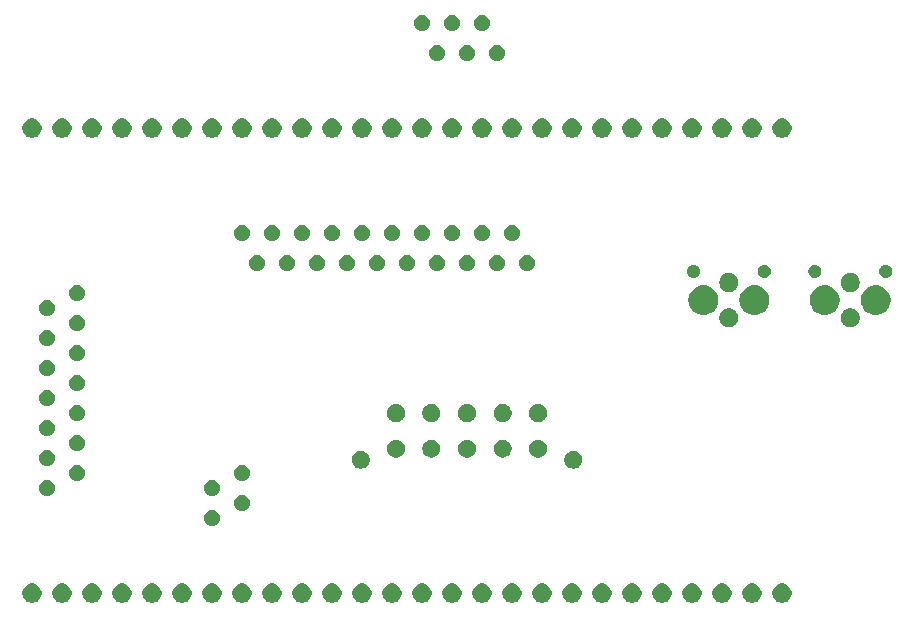
<source format=gts>
G04 #@! TF.GenerationSoftware,KiCad,Pcbnew,5.0.2-bee76a0~70~ubuntu18.04.1*
G04 #@! TF.CreationDate,2019-05-01T23:48:17-04:00*
G04 #@! TF.ProjectId,internal_board,696e7465-726e-4616-9c5f-626f6172642e,rev?*
G04 #@! TF.SameCoordinates,Original*
G04 #@! TF.FileFunction,Soldermask,Top*
G04 #@! TF.FilePolarity,Negative*
%FSLAX46Y46*%
G04 Gerber Fmt 4.6, Leading zero omitted, Abs format (unit mm)*
G04 Created by KiCad (PCBNEW 5.0.2-bee76a0~70~ubuntu18.04.1) date Wed 01 May 2019 11:48:17 PM EDT*
%MOMM*%
%LPD*%
G01*
G04 APERTURE LIST*
%ADD10C,0.100000*%
G04 APERTURE END LIST*
D10*
G36*
X150097142Y-95738242D02*
X150245102Y-95799530D01*
X150378258Y-95888502D01*
X150491498Y-96001742D01*
X150580470Y-96134898D01*
X150641758Y-96282858D01*
X150673000Y-96439925D01*
X150673000Y-96600075D01*
X150641758Y-96757142D01*
X150580470Y-96905102D01*
X150491498Y-97038258D01*
X150378258Y-97151498D01*
X150245102Y-97240470D01*
X150097142Y-97301758D01*
X149940075Y-97333000D01*
X149779925Y-97333000D01*
X149622858Y-97301758D01*
X149474898Y-97240470D01*
X149341742Y-97151498D01*
X149228502Y-97038258D01*
X149139530Y-96905102D01*
X149078242Y-96757142D01*
X149047000Y-96600075D01*
X149047000Y-96439925D01*
X149078242Y-96282858D01*
X149139530Y-96134898D01*
X149228502Y-96001742D01*
X149341742Y-95888502D01*
X149474898Y-95799530D01*
X149622858Y-95738242D01*
X149779925Y-95707000D01*
X149940075Y-95707000D01*
X150097142Y-95738242D01*
X150097142Y-95738242D01*
G37*
G36*
X167877142Y-95738242D02*
X168025102Y-95799530D01*
X168158258Y-95888502D01*
X168271498Y-96001742D01*
X168360470Y-96134898D01*
X168421758Y-96282858D01*
X168453000Y-96439925D01*
X168453000Y-96600075D01*
X168421758Y-96757142D01*
X168360470Y-96905102D01*
X168271498Y-97038258D01*
X168158258Y-97151498D01*
X168025102Y-97240470D01*
X167877142Y-97301758D01*
X167720075Y-97333000D01*
X167559925Y-97333000D01*
X167402858Y-97301758D01*
X167254898Y-97240470D01*
X167121742Y-97151498D01*
X167008502Y-97038258D01*
X166919530Y-96905102D01*
X166858242Y-96757142D01*
X166827000Y-96600075D01*
X166827000Y-96439925D01*
X166858242Y-96282858D01*
X166919530Y-96134898D01*
X167008502Y-96001742D01*
X167121742Y-95888502D01*
X167254898Y-95799530D01*
X167402858Y-95738242D01*
X167559925Y-95707000D01*
X167720075Y-95707000D01*
X167877142Y-95738242D01*
X167877142Y-95738242D01*
G37*
G36*
X119617142Y-95738242D02*
X119765102Y-95799530D01*
X119898258Y-95888502D01*
X120011498Y-96001742D01*
X120100470Y-96134898D01*
X120161758Y-96282858D01*
X120193000Y-96439925D01*
X120193000Y-96600075D01*
X120161758Y-96757142D01*
X120100470Y-96905102D01*
X120011498Y-97038258D01*
X119898258Y-97151498D01*
X119765102Y-97240470D01*
X119617142Y-97301758D01*
X119460075Y-97333000D01*
X119299925Y-97333000D01*
X119142858Y-97301758D01*
X118994898Y-97240470D01*
X118861742Y-97151498D01*
X118748502Y-97038258D01*
X118659530Y-96905102D01*
X118598242Y-96757142D01*
X118567000Y-96600075D01*
X118567000Y-96439925D01*
X118598242Y-96282858D01*
X118659530Y-96134898D01*
X118748502Y-96001742D01*
X118861742Y-95888502D01*
X118994898Y-95799530D01*
X119142858Y-95738242D01*
X119299925Y-95707000D01*
X119460075Y-95707000D01*
X119617142Y-95738242D01*
X119617142Y-95738242D01*
G37*
G36*
X122157142Y-95738242D02*
X122305102Y-95799530D01*
X122438258Y-95888502D01*
X122551498Y-96001742D01*
X122640470Y-96134898D01*
X122701758Y-96282858D01*
X122733000Y-96439925D01*
X122733000Y-96600075D01*
X122701758Y-96757142D01*
X122640470Y-96905102D01*
X122551498Y-97038258D01*
X122438258Y-97151498D01*
X122305102Y-97240470D01*
X122157142Y-97301758D01*
X122000075Y-97333000D01*
X121839925Y-97333000D01*
X121682858Y-97301758D01*
X121534898Y-97240470D01*
X121401742Y-97151498D01*
X121288502Y-97038258D01*
X121199530Y-96905102D01*
X121138242Y-96757142D01*
X121107000Y-96600075D01*
X121107000Y-96439925D01*
X121138242Y-96282858D01*
X121199530Y-96134898D01*
X121288502Y-96001742D01*
X121401742Y-95888502D01*
X121534898Y-95799530D01*
X121682858Y-95738242D01*
X121839925Y-95707000D01*
X122000075Y-95707000D01*
X122157142Y-95738242D01*
X122157142Y-95738242D01*
G37*
G36*
X124697142Y-95738242D02*
X124845102Y-95799530D01*
X124978258Y-95888502D01*
X125091498Y-96001742D01*
X125180470Y-96134898D01*
X125241758Y-96282858D01*
X125273000Y-96439925D01*
X125273000Y-96600075D01*
X125241758Y-96757142D01*
X125180470Y-96905102D01*
X125091498Y-97038258D01*
X124978258Y-97151498D01*
X124845102Y-97240470D01*
X124697142Y-97301758D01*
X124540075Y-97333000D01*
X124379925Y-97333000D01*
X124222858Y-97301758D01*
X124074898Y-97240470D01*
X123941742Y-97151498D01*
X123828502Y-97038258D01*
X123739530Y-96905102D01*
X123678242Y-96757142D01*
X123647000Y-96600075D01*
X123647000Y-96439925D01*
X123678242Y-96282858D01*
X123739530Y-96134898D01*
X123828502Y-96001742D01*
X123941742Y-95888502D01*
X124074898Y-95799530D01*
X124222858Y-95738242D01*
X124379925Y-95707000D01*
X124540075Y-95707000D01*
X124697142Y-95738242D01*
X124697142Y-95738242D01*
G37*
G36*
X127237142Y-95738242D02*
X127385102Y-95799530D01*
X127518258Y-95888502D01*
X127631498Y-96001742D01*
X127720470Y-96134898D01*
X127781758Y-96282858D01*
X127813000Y-96439925D01*
X127813000Y-96600075D01*
X127781758Y-96757142D01*
X127720470Y-96905102D01*
X127631498Y-97038258D01*
X127518258Y-97151498D01*
X127385102Y-97240470D01*
X127237142Y-97301758D01*
X127080075Y-97333000D01*
X126919925Y-97333000D01*
X126762858Y-97301758D01*
X126614898Y-97240470D01*
X126481742Y-97151498D01*
X126368502Y-97038258D01*
X126279530Y-96905102D01*
X126218242Y-96757142D01*
X126187000Y-96600075D01*
X126187000Y-96439925D01*
X126218242Y-96282858D01*
X126279530Y-96134898D01*
X126368502Y-96001742D01*
X126481742Y-95888502D01*
X126614898Y-95799530D01*
X126762858Y-95738242D01*
X126919925Y-95707000D01*
X127080075Y-95707000D01*
X127237142Y-95738242D01*
X127237142Y-95738242D01*
G37*
G36*
X129777142Y-95738242D02*
X129925102Y-95799530D01*
X130058258Y-95888502D01*
X130171498Y-96001742D01*
X130260470Y-96134898D01*
X130321758Y-96282858D01*
X130353000Y-96439925D01*
X130353000Y-96600075D01*
X130321758Y-96757142D01*
X130260470Y-96905102D01*
X130171498Y-97038258D01*
X130058258Y-97151498D01*
X129925102Y-97240470D01*
X129777142Y-97301758D01*
X129620075Y-97333000D01*
X129459925Y-97333000D01*
X129302858Y-97301758D01*
X129154898Y-97240470D01*
X129021742Y-97151498D01*
X128908502Y-97038258D01*
X128819530Y-96905102D01*
X128758242Y-96757142D01*
X128727000Y-96600075D01*
X128727000Y-96439925D01*
X128758242Y-96282858D01*
X128819530Y-96134898D01*
X128908502Y-96001742D01*
X129021742Y-95888502D01*
X129154898Y-95799530D01*
X129302858Y-95738242D01*
X129459925Y-95707000D01*
X129620075Y-95707000D01*
X129777142Y-95738242D01*
X129777142Y-95738242D01*
G37*
G36*
X137397142Y-95738242D02*
X137545102Y-95799530D01*
X137678258Y-95888502D01*
X137791498Y-96001742D01*
X137880470Y-96134898D01*
X137941758Y-96282858D01*
X137973000Y-96439925D01*
X137973000Y-96600075D01*
X137941758Y-96757142D01*
X137880470Y-96905102D01*
X137791498Y-97038258D01*
X137678258Y-97151498D01*
X137545102Y-97240470D01*
X137397142Y-97301758D01*
X137240075Y-97333000D01*
X137079925Y-97333000D01*
X136922858Y-97301758D01*
X136774898Y-97240470D01*
X136641742Y-97151498D01*
X136528502Y-97038258D01*
X136439530Y-96905102D01*
X136378242Y-96757142D01*
X136347000Y-96600075D01*
X136347000Y-96439925D01*
X136378242Y-96282858D01*
X136439530Y-96134898D01*
X136528502Y-96001742D01*
X136641742Y-95888502D01*
X136774898Y-95799530D01*
X136922858Y-95738242D01*
X137079925Y-95707000D01*
X137240075Y-95707000D01*
X137397142Y-95738242D01*
X137397142Y-95738242D01*
G37*
G36*
X142477142Y-95738242D02*
X142625102Y-95799530D01*
X142758258Y-95888502D01*
X142871498Y-96001742D01*
X142960470Y-96134898D01*
X143021758Y-96282858D01*
X143053000Y-96439925D01*
X143053000Y-96600075D01*
X143021758Y-96757142D01*
X142960470Y-96905102D01*
X142871498Y-97038258D01*
X142758258Y-97151498D01*
X142625102Y-97240470D01*
X142477142Y-97301758D01*
X142320075Y-97333000D01*
X142159925Y-97333000D01*
X142002858Y-97301758D01*
X141854898Y-97240470D01*
X141721742Y-97151498D01*
X141608502Y-97038258D01*
X141519530Y-96905102D01*
X141458242Y-96757142D01*
X141427000Y-96600075D01*
X141427000Y-96439925D01*
X141458242Y-96282858D01*
X141519530Y-96134898D01*
X141608502Y-96001742D01*
X141721742Y-95888502D01*
X141854898Y-95799530D01*
X142002858Y-95738242D01*
X142159925Y-95707000D01*
X142320075Y-95707000D01*
X142477142Y-95738242D01*
X142477142Y-95738242D01*
G37*
G36*
X132317142Y-95738242D02*
X132465102Y-95799530D01*
X132598258Y-95888502D01*
X132711498Y-96001742D01*
X132800470Y-96134898D01*
X132861758Y-96282858D01*
X132893000Y-96439925D01*
X132893000Y-96600075D01*
X132861758Y-96757142D01*
X132800470Y-96905102D01*
X132711498Y-97038258D01*
X132598258Y-97151498D01*
X132465102Y-97240470D01*
X132317142Y-97301758D01*
X132160075Y-97333000D01*
X131999925Y-97333000D01*
X131842858Y-97301758D01*
X131694898Y-97240470D01*
X131561742Y-97151498D01*
X131448502Y-97038258D01*
X131359530Y-96905102D01*
X131298242Y-96757142D01*
X131267000Y-96600075D01*
X131267000Y-96439925D01*
X131298242Y-96282858D01*
X131359530Y-96134898D01*
X131448502Y-96001742D01*
X131561742Y-95888502D01*
X131694898Y-95799530D01*
X131842858Y-95738242D01*
X131999925Y-95707000D01*
X132160075Y-95707000D01*
X132317142Y-95738242D01*
X132317142Y-95738242D01*
G37*
G36*
X139937142Y-95738242D02*
X140085102Y-95799530D01*
X140218258Y-95888502D01*
X140331498Y-96001742D01*
X140420470Y-96134898D01*
X140481758Y-96282858D01*
X140513000Y-96439925D01*
X140513000Y-96600075D01*
X140481758Y-96757142D01*
X140420470Y-96905102D01*
X140331498Y-97038258D01*
X140218258Y-97151498D01*
X140085102Y-97240470D01*
X139937142Y-97301758D01*
X139780075Y-97333000D01*
X139619925Y-97333000D01*
X139462858Y-97301758D01*
X139314898Y-97240470D01*
X139181742Y-97151498D01*
X139068502Y-97038258D01*
X138979530Y-96905102D01*
X138918242Y-96757142D01*
X138887000Y-96600075D01*
X138887000Y-96439925D01*
X138918242Y-96282858D01*
X138979530Y-96134898D01*
X139068502Y-96001742D01*
X139181742Y-95888502D01*
X139314898Y-95799530D01*
X139462858Y-95738242D01*
X139619925Y-95707000D01*
X139780075Y-95707000D01*
X139937142Y-95738242D01*
X139937142Y-95738242D01*
G37*
G36*
X134857142Y-95738242D02*
X135005102Y-95799530D01*
X135138258Y-95888502D01*
X135251498Y-96001742D01*
X135340470Y-96134898D01*
X135401758Y-96282858D01*
X135433000Y-96439925D01*
X135433000Y-96600075D01*
X135401758Y-96757142D01*
X135340470Y-96905102D01*
X135251498Y-97038258D01*
X135138258Y-97151498D01*
X135005102Y-97240470D01*
X134857142Y-97301758D01*
X134700075Y-97333000D01*
X134539925Y-97333000D01*
X134382858Y-97301758D01*
X134234898Y-97240470D01*
X134101742Y-97151498D01*
X133988502Y-97038258D01*
X133899530Y-96905102D01*
X133838242Y-96757142D01*
X133807000Y-96600075D01*
X133807000Y-96439925D01*
X133838242Y-96282858D01*
X133899530Y-96134898D01*
X133988502Y-96001742D01*
X134101742Y-95888502D01*
X134234898Y-95799530D01*
X134382858Y-95738242D01*
X134539925Y-95707000D01*
X134700075Y-95707000D01*
X134857142Y-95738242D01*
X134857142Y-95738242D01*
G37*
G36*
X165337142Y-95738242D02*
X165485102Y-95799530D01*
X165618258Y-95888502D01*
X165731498Y-96001742D01*
X165820470Y-96134898D01*
X165881758Y-96282858D01*
X165913000Y-96439925D01*
X165913000Y-96600075D01*
X165881758Y-96757142D01*
X165820470Y-96905102D01*
X165731498Y-97038258D01*
X165618258Y-97151498D01*
X165485102Y-97240470D01*
X165337142Y-97301758D01*
X165180075Y-97333000D01*
X165019925Y-97333000D01*
X164862858Y-97301758D01*
X164714898Y-97240470D01*
X164581742Y-97151498D01*
X164468502Y-97038258D01*
X164379530Y-96905102D01*
X164318242Y-96757142D01*
X164287000Y-96600075D01*
X164287000Y-96439925D01*
X164318242Y-96282858D01*
X164379530Y-96134898D01*
X164468502Y-96001742D01*
X164581742Y-95888502D01*
X164714898Y-95799530D01*
X164862858Y-95738242D01*
X165019925Y-95707000D01*
X165180075Y-95707000D01*
X165337142Y-95738242D01*
X165337142Y-95738242D01*
G37*
G36*
X155177142Y-95738242D02*
X155325102Y-95799530D01*
X155458258Y-95888502D01*
X155571498Y-96001742D01*
X155660470Y-96134898D01*
X155721758Y-96282858D01*
X155753000Y-96439925D01*
X155753000Y-96600075D01*
X155721758Y-96757142D01*
X155660470Y-96905102D01*
X155571498Y-97038258D01*
X155458258Y-97151498D01*
X155325102Y-97240470D01*
X155177142Y-97301758D01*
X155020075Y-97333000D01*
X154859925Y-97333000D01*
X154702858Y-97301758D01*
X154554898Y-97240470D01*
X154421742Y-97151498D01*
X154308502Y-97038258D01*
X154219530Y-96905102D01*
X154158242Y-96757142D01*
X154127000Y-96600075D01*
X154127000Y-96439925D01*
X154158242Y-96282858D01*
X154219530Y-96134898D01*
X154308502Y-96001742D01*
X154421742Y-95888502D01*
X154554898Y-95799530D01*
X154702858Y-95738242D01*
X154859925Y-95707000D01*
X155020075Y-95707000D01*
X155177142Y-95738242D01*
X155177142Y-95738242D01*
G37*
G36*
X145017142Y-95738242D02*
X145165102Y-95799530D01*
X145298258Y-95888502D01*
X145411498Y-96001742D01*
X145500470Y-96134898D01*
X145561758Y-96282858D01*
X145593000Y-96439925D01*
X145593000Y-96600075D01*
X145561758Y-96757142D01*
X145500470Y-96905102D01*
X145411498Y-97038258D01*
X145298258Y-97151498D01*
X145165102Y-97240470D01*
X145017142Y-97301758D01*
X144860075Y-97333000D01*
X144699925Y-97333000D01*
X144542858Y-97301758D01*
X144394898Y-97240470D01*
X144261742Y-97151498D01*
X144148502Y-97038258D01*
X144059530Y-96905102D01*
X143998242Y-96757142D01*
X143967000Y-96600075D01*
X143967000Y-96439925D01*
X143998242Y-96282858D01*
X144059530Y-96134898D01*
X144148502Y-96001742D01*
X144261742Y-95888502D01*
X144394898Y-95799530D01*
X144542858Y-95738242D01*
X144699925Y-95707000D01*
X144860075Y-95707000D01*
X145017142Y-95738242D01*
X145017142Y-95738242D01*
G37*
G36*
X157717142Y-95738242D02*
X157865102Y-95799530D01*
X157998258Y-95888502D01*
X158111498Y-96001742D01*
X158200470Y-96134898D01*
X158261758Y-96282858D01*
X158293000Y-96439925D01*
X158293000Y-96600075D01*
X158261758Y-96757142D01*
X158200470Y-96905102D01*
X158111498Y-97038258D01*
X157998258Y-97151498D01*
X157865102Y-97240470D01*
X157717142Y-97301758D01*
X157560075Y-97333000D01*
X157399925Y-97333000D01*
X157242858Y-97301758D01*
X157094898Y-97240470D01*
X156961742Y-97151498D01*
X156848502Y-97038258D01*
X156759530Y-96905102D01*
X156698242Y-96757142D01*
X156667000Y-96600075D01*
X156667000Y-96439925D01*
X156698242Y-96282858D01*
X156759530Y-96134898D01*
X156848502Y-96001742D01*
X156961742Y-95888502D01*
X157094898Y-95799530D01*
X157242858Y-95738242D01*
X157399925Y-95707000D01*
X157560075Y-95707000D01*
X157717142Y-95738242D01*
X157717142Y-95738242D01*
G37*
G36*
X160257142Y-95738242D02*
X160405102Y-95799530D01*
X160538258Y-95888502D01*
X160651498Y-96001742D01*
X160740470Y-96134898D01*
X160801758Y-96282858D01*
X160833000Y-96439925D01*
X160833000Y-96600075D01*
X160801758Y-96757142D01*
X160740470Y-96905102D01*
X160651498Y-97038258D01*
X160538258Y-97151498D01*
X160405102Y-97240470D01*
X160257142Y-97301758D01*
X160100075Y-97333000D01*
X159939925Y-97333000D01*
X159782858Y-97301758D01*
X159634898Y-97240470D01*
X159501742Y-97151498D01*
X159388502Y-97038258D01*
X159299530Y-96905102D01*
X159238242Y-96757142D01*
X159207000Y-96600075D01*
X159207000Y-96439925D01*
X159238242Y-96282858D01*
X159299530Y-96134898D01*
X159388502Y-96001742D01*
X159501742Y-95888502D01*
X159634898Y-95799530D01*
X159782858Y-95738242D01*
X159939925Y-95707000D01*
X160100075Y-95707000D01*
X160257142Y-95738242D01*
X160257142Y-95738242D01*
G37*
G36*
X162797142Y-95738242D02*
X162945102Y-95799530D01*
X163078258Y-95888502D01*
X163191498Y-96001742D01*
X163280470Y-96134898D01*
X163341758Y-96282858D01*
X163373000Y-96439925D01*
X163373000Y-96600075D01*
X163341758Y-96757142D01*
X163280470Y-96905102D01*
X163191498Y-97038258D01*
X163078258Y-97151498D01*
X162945102Y-97240470D01*
X162797142Y-97301758D01*
X162640075Y-97333000D01*
X162479925Y-97333000D01*
X162322858Y-97301758D01*
X162174898Y-97240470D01*
X162041742Y-97151498D01*
X161928502Y-97038258D01*
X161839530Y-96905102D01*
X161778242Y-96757142D01*
X161747000Y-96600075D01*
X161747000Y-96439925D01*
X161778242Y-96282858D01*
X161839530Y-96134898D01*
X161928502Y-96001742D01*
X162041742Y-95888502D01*
X162174898Y-95799530D01*
X162322858Y-95738242D01*
X162479925Y-95707000D01*
X162640075Y-95707000D01*
X162797142Y-95738242D01*
X162797142Y-95738242D01*
G37*
G36*
X152637142Y-95738242D02*
X152785102Y-95799530D01*
X152918258Y-95888502D01*
X153031498Y-96001742D01*
X153120470Y-96134898D01*
X153181758Y-96282858D01*
X153213000Y-96439925D01*
X153213000Y-96600075D01*
X153181758Y-96757142D01*
X153120470Y-96905102D01*
X153031498Y-97038258D01*
X152918258Y-97151498D01*
X152785102Y-97240470D01*
X152637142Y-97301758D01*
X152480075Y-97333000D01*
X152319925Y-97333000D01*
X152162858Y-97301758D01*
X152014898Y-97240470D01*
X151881742Y-97151498D01*
X151768502Y-97038258D01*
X151679530Y-96905102D01*
X151618242Y-96757142D01*
X151587000Y-96600075D01*
X151587000Y-96439925D01*
X151618242Y-96282858D01*
X151679530Y-96134898D01*
X151768502Y-96001742D01*
X151881742Y-95888502D01*
X152014898Y-95799530D01*
X152162858Y-95738242D01*
X152319925Y-95707000D01*
X152480075Y-95707000D01*
X152637142Y-95738242D01*
X152637142Y-95738242D01*
G37*
G36*
X147557142Y-95738242D02*
X147705102Y-95799530D01*
X147838258Y-95888502D01*
X147951498Y-96001742D01*
X148040470Y-96134898D01*
X148101758Y-96282858D01*
X148133000Y-96439925D01*
X148133000Y-96600075D01*
X148101758Y-96757142D01*
X148040470Y-96905102D01*
X147951498Y-97038258D01*
X147838258Y-97151498D01*
X147705102Y-97240470D01*
X147557142Y-97301758D01*
X147400075Y-97333000D01*
X147239925Y-97333000D01*
X147082858Y-97301758D01*
X146934898Y-97240470D01*
X146801742Y-97151498D01*
X146688502Y-97038258D01*
X146599530Y-96905102D01*
X146538242Y-96757142D01*
X146507000Y-96600075D01*
X146507000Y-96439925D01*
X146538242Y-96282858D01*
X146599530Y-96134898D01*
X146688502Y-96001742D01*
X146801742Y-95888502D01*
X146934898Y-95799530D01*
X147082858Y-95738242D01*
X147239925Y-95707000D01*
X147400075Y-95707000D01*
X147557142Y-95738242D01*
X147557142Y-95738242D01*
G37*
G36*
X178037142Y-95738242D02*
X178185102Y-95799530D01*
X178318258Y-95888502D01*
X178431498Y-96001742D01*
X178520470Y-96134898D01*
X178581758Y-96282858D01*
X178613000Y-96439925D01*
X178613000Y-96600075D01*
X178581758Y-96757142D01*
X178520470Y-96905102D01*
X178431498Y-97038258D01*
X178318258Y-97151498D01*
X178185102Y-97240470D01*
X178037142Y-97301758D01*
X177880075Y-97333000D01*
X177719925Y-97333000D01*
X177562858Y-97301758D01*
X177414898Y-97240470D01*
X177281742Y-97151498D01*
X177168502Y-97038258D01*
X177079530Y-96905102D01*
X177018242Y-96757142D01*
X176987000Y-96600075D01*
X176987000Y-96439925D01*
X177018242Y-96282858D01*
X177079530Y-96134898D01*
X177168502Y-96001742D01*
X177281742Y-95888502D01*
X177414898Y-95799530D01*
X177562858Y-95738242D01*
X177719925Y-95707000D01*
X177880075Y-95707000D01*
X178037142Y-95738242D01*
X178037142Y-95738242D01*
G37*
G36*
X172957142Y-95738242D02*
X173105102Y-95799530D01*
X173238258Y-95888502D01*
X173351498Y-96001742D01*
X173440470Y-96134898D01*
X173501758Y-96282858D01*
X173533000Y-96439925D01*
X173533000Y-96600075D01*
X173501758Y-96757142D01*
X173440470Y-96905102D01*
X173351498Y-97038258D01*
X173238258Y-97151498D01*
X173105102Y-97240470D01*
X172957142Y-97301758D01*
X172800075Y-97333000D01*
X172639925Y-97333000D01*
X172482858Y-97301758D01*
X172334898Y-97240470D01*
X172201742Y-97151498D01*
X172088502Y-97038258D01*
X171999530Y-96905102D01*
X171938242Y-96757142D01*
X171907000Y-96600075D01*
X171907000Y-96439925D01*
X171938242Y-96282858D01*
X171999530Y-96134898D01*
X172088502Y-96001742D01*
X172201742Y-95888502D01*
X172334898Y-95799530D01*
X172482858Y-95738242D01*
X172639925Y-95707000D01*
X172800075Y-95707000D01*
X172957142Y-95738242D01*
X172957142Y-95738242D01*
G37*
G36*
X175497142Y-95738242D02*
X175645102Y-95799530D01*
X175778258Y-95888502D01*
X175891498Y-96001742D01*
X175980470Y-96134898D01*
X176041758Y-96282858D01*
X176073000Y-96439925D01*
X176073000Y-96600075D01*
X176041758Y-96757142D01*
X175980470Y-96905102D01*
X175891498Y-97038258D01*
X175778258Y-97151498D01*
X175645102Y-97240470D01*
X175497142Y-97301758D01*
X175340075Y-97333000D01*
X175179925Y-97333000D01*
X175022858Y-97301758D01*
X174874898Y-97240470D01*
X174741742Y-97151498D01*
X174628502Y-97038258D01*
X174539530Y-96905102D01*
X174478242Y-96757142D01*
X174447000Y-96600075D01*
X174447000Y-96439925D01*
X174478242Y-96282858D01*
X174539530Y-96134898D01*
X174628502Y-96001742D01*
X174741742Y-95888502D01*
X174874898Y-95799530D01*
X175022858Y-95738242D01*
X175179925Y-95707000D01*
X175340075Y-95707000D01*
X175497142Y-95738242D01*
X175497142Y-95738242D01*
G37*
G36*
X180577142Y-95738242D02*
X180725102Y-95799530D01*
X180858258Y-95888502D01*
X180971498Y-96001742D01*
X181060470Y-96134898D01*
X181121758Y-96282858D01*
X181153000Y-96439925D01*
X181153000Y-96600075D01*
X181121758Y-96757142D01*
X181060470Y-96905102D01*
X180971498Y-97038258D01*
X180858258Y-97151498D01*
X180725102Y-97240470D01*
X180577142Y-97301758D01*
X180420075Y-97333000D01*
X180259925Y-97333000D01*
X180102858Y-97301758D01*
X179954898Y-97240470D01*
X179821742Y-97151498D01*
X179708502Y-97038258D01*
X179619530Y-96905102D01*
X179558242Y-96757142D01*
X179527000Y-96600075D01*
X179527000Y-96439925D01*
X179558242Y-96282858D01*
X179619530Y-96134898D01*
X179708502Y-96001742D01*
X179821742Y-95888502D01*
X179954898Y-95799530D01*
X180102858Y-95738242D01*
X180259925Y-95707000D01*
X180420075Y-95707000D01*
X180577142Y-95738242D01*
X180577142Y-95738242D01*
G37*
G36*
X183117142Y-95738242D02*
X183265102Y-95799530D01*
X183398258Y-95888502D01*
X183511498Y-96001742D01*
X183600470Y-96134898D01*
X183661758Y-96282858D01*
X183693000Y-96439925D01*
X183693000Y-96600075D01*
X183661758Y-96757142D01*
X183600470Y-96905102D01*
X183511498Y-97038258D01*
X183398258Y-97151498D01*
X183265102Y-97240470D01*
X183117142Y-97301758D01*
X182960075Y-97333000D01*
X182799925Y-97333000D01*
X182642858Y-97301758D01*
X182494898Y-97240470D01*
X182361742Y-97151498D01*
X182248502Y-97038258D01*
X182159530Y-96905102D01*
X182098242Y-96757142D01*
X182067000Y-96600075D01*
X182067000Y-96439925D01*
X182098242Y-96282858D01*
X182159530Y-96134898D01*
X182248502Y-96001742D01*
X182361742Y-95888502D01*
X182494898Y-95799530D01*
X182642858Y-95738242D01*
X182799925Y-95707000D01*
X182960075Y-95707000D01*
X183117142Y-95738242D01*
X183117142Y-95738242D01*
G37*
G36*
X170417142Y-95738242D02*
X170565102Y-95799530D01*
X170698258Y-95888502D01*
X170811498Y-96001742D01*
X170900470Y-96134898D01*
X170961758Y-96282858D01*
X170993000Y-96439925D01*
X170993000Y-96600075D01*
X170961758Y-96757142D01*
X170900470Y-96905102D01*
X170811498Y-97038258D01*
X170698258Y-97151498D01*
X170565102Y-97240470D01*
X170417142Y-97301758D01*
X170260075Y-97333000D01*
X170099925Y-97333000D01*
X169942858Y-97301758D01*
X169794898Y-97240470D01*
X169661742Y-97151498D01*
X169548502Y-97038258D01*
X169459530Y-96905102D01*
X169398242Y-96757142D01*
X169367000Y-96600075D01*
X169367000Y-96439925D01*
X169398242Y-96282858D01*
X169459530Y-96134898D01*
X169548502Y-96001742D01*
X169661742Y-95888502D01*
X169794898Y-95799530D01*
X169942858Y-95738242D01*
X170099925Y-95707000D01*
X170260075Y-95707000D01*
X170417142Y-95738242D01*
X170417142Y-95738242D01*
G37*
G36*
X134824472Y-89495938D02*
X134952049Y-89548782D01*
X135066865Y-89625500D01*
X135164500Y-89723135D01*
X135241218Y-89837951D01*
X135294062Y-89965528D01*
X135321000Y-90100956D01*
X135321000Y-90239044D01*
X135294062Y-90374472D01*
X135241218Y-90502049D01*
X135164500Y-90616865D01*
X135066865Y-90714500D01*
X134952049Y-90791218D01*
X134824472Y-90844062D01*
X134689044Y-90871000D01*
X134550956Y-90871000D01*
X134415528Y-90844062D01*
X134287951Y-90791218D01*
X134173135Y-90714500D01*
X134075500Y-90616865D01*
X133998782Y-90502049D01*
X133945938Y-90374472D01*
X133919000Y-90239044D01*
X133919000Y-90100956D01*
X133945938Y-89965528D01*
X133998782Y-89837951D01*
X134075500Y-89723135D01*
X134173135Y-89625500D01*
X134287951Y-89548782D01*
X134415528Y-89495938D01*
X134550956Y-89469000D01*
X134689044Y-89469000D01*
X134824472Y-89495938D01*
X134824472Y-89495938D01*
G37*
G36*
X137364472Y-88225938D02*
X137492049Y-88278782D01*
X137606865Y-88355500D01*
X137704500Y-88453135D01*
X137781218Y-88567951D01*
X137834062Y-88695528D01*
X137861000Y-88830956D01*
X137861000Y-88969044D01*
X137834062Y-89104472D01*
X137781218Y-89232049D01*
X137704500Y-89346865D01*
X137606865Y-89444500D01*
X137492049Y-89521218D01*
X137364472Y-89574062D01*
X137229044Y-89601000D01*
X137090956Y-89601000D01*
X136955528Y-89574062D01*
X136827951Y-89521218D01*
X136713135Y-89444500D01*
X136615500Y-89346865D01*
X136538782Y-89232049D01*
X136485938Y-89104472D01*
X136459000Y-88969044D01*
X136459000Y-88830956D01*
X136485938Y-88695528D01*
X136538782Y-88567951D01*
X136615500Y-88453135D01*
X136713135Y-88355500D01*
X136827951Y-88278782D01*
X136955528Y-88225938D01*
X137090956Y-88199000D01*
X137229044Y-88199000D01*
X137364472Y-88225938D01*
X137364472Y-88225938D01*
G37*
G36*
X134824472Y-86955938D02*
X134952049Y-87008782D01*
X135066865Y-87085500D01*
X135164500Y-87183135D01*
X135241218Y-87297951D01*
X135294062Y-87425528D01*
X135321000Y-87560956D01*
X135321000Y-87699044D01*
X135294062Y-87834472D01*
X135241218Y-87962049D01*
X135164500Y-88076865D01*
X135066865Y-88174500D01*
X134952049Y-88251218D01*
X134824472Y-88304062D01*
X134689044Y-88331000D01*
X134550956Y-88331000D01*
X134415528Y-88304062D01*
X134287951Y-88251218D01*
X134173135Y-88174500D01*
X134075500Y-88076865D01*
X133998782Y-87962049D01*
X133945938Y-87834472D01*
X133919000Y-87699044D01*
X133919000Y-87560956D01*
X133945938Y-87425528D01*
X133998782Y-87297951D01*
X134075500Y-87183135D01*
X134173135Y-87085500D01*
X134287951Y-87008782D01*
X134415528Y-86955938D01*
X134550956Y-86929000D01*
X134689044Y-86929000D01*
X134824472Y-86955938D01*
X134824472Y-86955938D01*
G37*
G36*
X120854472Y-86955938D02*
X120982049Y-87008782D01*
X121096865Y-87085500D01*
X121194500Y-87183135D01*
X121271218Y-87297951D01*
X121324062Y-87425528D01*
X121351000Y-87560956D01*
X121351000Y-87699044D01*
X121324062Y-87834472D01*
X121271218Y-87962049D01*
X121194500Y-88076865D01*
X121096865Y-88174500D01*
X120982049Y-88251218D01*
X120854472Y-88304062D01*
X120719044Y-88331000D01*
X120580956Y-88331000D01*
X120445528Y-88304062D01*
X120317951Y-88251218D01*
X120203135Y-88174500D01*
X120105500Y-88076865D01*
X120028782Y-87962049D01*
X119975938Y-87834472D01*
X119949000Y-87699044D01*
X119949000Y-87560956D01*
X119975938Y-87425528D01*
X120028782Y-87297951D01*
X120105500Y-87183135D01*
X120203135Y-87085500D01*
X120317951Y-87008782D01*
X120445528Y-86955938D01*
X120580956Y-86929000D01*
X120719044Y-86929000D01*
X120854472Y-86955938D01*
X120854472Y-86955938D01*
G37*
G36*
X137364472Y-85685938D02*
X137492049Y-85738782D01*
X137606865Y-85815500D01*
X137704500Y-85913135D01*
X137781218Y-86027951D01*
X137834062Y-86155528D01*
X137861000Y-86290956D01*
X137861000Y-86429044D01*
X137834062Y-86564472D01*
X137781218Y-86692049D01*
X137704500Y-86806865D01*
X137606865Y-86904500D01*
X137492049Y-86981218D01*
X137364472Y-87034062D01*
X137229044Y-87061000D01*
X137090956Y-87061000D01*
X136955528Y-87034062D01*
X136827951Y-86981218D01*
X136713135Y-86904500D01*
X136615500Y-86806865D01*
X136538782Y-86692049D01*
X136485938Y-86564472D01*
X136459000Y-86429044D01*
X136459000Y-86290956D01*
X136485938Y-86155528D01*
X136538782Y-86027951D01*
X136615500Y-85913135D01*
X136713135Y-85815500D01*
X136827951Y-85738782D01*
X136955528Y-85685938D01*
X137090956Y-85659000D01*
X137229044Y-85659000D01*
X137364472Y-85685938D01*
X137364472Y-85685938D01*
G37*
G36*
X123394472Y-85685938D02*
X123522049Y-85738782D01*
X123636865Y-85815500D01*
X123734500Y-85913135D01*
X123811218Y-86027951D01*
X123864062Y-86155528D01*
X123891000Y-86290956D01*
X123891000Y-86429044D01*
X123864062Y-86564472D01*
X123811218Y-86692049D01*
X123734500Y-86806865D01*
X123636865Y-86904500D01*
X123522049Y-86981218D01*
X123394472Y-87034062D01*
X123259044Y-87061000D01*
X123120956Y-87061000D01*
X122985528Y-87034062D01*
X122857951Y-86981218D01*
X122743135Y-86904500D01*
X122645500Y-86806865D01*
X122568782Y-86692049D01*
X122515938Y-86564472D01*
X122489000Y-86429044D01*
X122489000Y-86290956D01*
X122515938Y-86155528D01*
X122568782Y-86027951D01*
X122645500Y-85913135D01*
X122743135Y-85815500D01*
X122857951Y-85738782D01*
X122985528Y-85685938D01*
X123120956Y-85659000D01*
X123259044Y-85659000D01*
X123394472Y-85685938D01*
X123394472Y-85685938D01*
G37*
G36*
X165441973Y-84490244D02*
X165580469Y-84547611D01*
X165705112Y-84630895D01*
X165811105Y-84736888D01*
X165894389Y-84861531D01*
X165951756Y-85000027D01*
X165981000Y-85147047D01*
X165981000Y-85296953D01*
X165951756Y-85443973D01*
X165894389Y-85582469D01*
X165811105Y-85707112D01*
X165705112Y-85813105D01*
X165580469Y-85896389D01*
X165441973Y-85953756D01*
X165294953Y-85983000D01*
X165145047Y-85983000D01*
X164998027Y-85953756D01*
X164859531Y-85896389D01*
X164734888Y-85813105D01*
X164628895Y-85707112D01*
X164545611Y-85582469D01*
X164488244Y-85443973D01*
X164459000Y-85296953D01*
X164459000Y-85147047D01*
X164488244Y-85000027D01*
X164545611Y-84861531D01*
X164628895Y-84736888D01*
X164734888Y-84630895D01*
X164859531Y-84547611D01*
X164998027Y-84490244D01*
X165145047Y-84461000D01*
X165294953Y-84461000D01*
X165441973Y-84490244D01*
X165441973Y-84490244D01*
G37*
G36*
X147421973Y-84490244D02*
X147560469Y-84547611D01*
X147685112Y-84630895D01*
X147791105Y-84736888D01*
X147874389Y-84861531D01*
X147931756Y-85000027D01*
X147961000Y-85147047D01*
X147961000Y-85296953D01*
X147931756Y-85443973D01*
X147874389Y-85582469D01*
X147791105Y-85707112D01*
X147685112Y-85813105D01*
X147560469Y-85896389D01*
X147421973Y-85953756D01*
X147274953Y-85983000D01*
X147125047Y-85983000D01*
X146978027Y-85953756D01*
X146839531Y-85896389D01*
X146714888Y-85813105D01*
X146608895Y-85707112D01*
X146525611Y-85582469D01*
X146468244Y-85443973D01*
X146439000Y-85296953D01*
X146439000Y-85147047D01*
X146468244Y-85000027D01*
X146525611Y-84861531D01*
X146608895Y-84736888D01*
X146714888Y-84630895D01*
X146839531Y-84547611D01*
X146978027Y-84490244D01*
X147125047Y-84461000D01*
X147274953Y-84461000D01*
X147421973Y-84490244D01*
X147421973Y-84490244D01*
G37*
G36*
X120854472Y-84415938D02*
X120982049Y-84468782D01*
X121096865Y-84545500D01*
X121194500Y-84643135D01*
X121271218Y-84757951D01*
X121324062Y-84885528D01*
X121351000Y-85020956D01*
X121351000Y-85159044D01*
X121324062Y-85294472D01*
X121271218Y-85422049D01*
X121194500Y-85536865D01*
X121096865Y-85634500D01*
X120982049Y-85711218D01*
X120854472Y-85764062D01*
X120719044Y-85791000D01*
X120580956Y-85791000D01*
X120445528Y-85764062D01*
X120317951Y-85711218D01*
X120203135Y-85634500D01*
X120105500Y-85536865D01*
X120028782Y-85422049D01*
X119975938Y-85294472D01*
X119949000Y-85159044D01*
X119949000Y-85020956D01*
X119975938Y-84885528D01*
X120028782Y-84757951D01*
X120105500Y-84643135D01*
X120203135Y-84545500D01*
X120317951Y-84468782D01*
X120445528Y-84415938D01*
X120580956Y-84389000D01*
X120719044Y-84389000D01*
X120854472Y-84415938D01*
X120854472Y-84415938D01*
G37*
G36*
X159441973Y-83550244D02*
X159580469Y-83607611D01*
X159705112Y-83690895D01*
X159811105Y-83796888D01*
X159894389Y-83921531D01*
X159951756Y-84060027D01*
X159981000Y-84207047D01*
X159981000Y-84356953D01*
X159951756Y-84503973D01*
X159894389Y-84642469D01*
X159811105Y-84767112D01*
X159705112Y-84873105D01*
X159580469Y-84956389D01*
X159441973Y-85013756D01*
X159294953Y-85043000D01*
X159145047Y-85043000D01*
X158998027Y-85013756D01*
X158859531Y-84956389D01*
X158734888Y-84873105D01*
X158628895Y-84767112D01*
X158545611Y-84642469D01*
X158488244Y-84503973D01*
X158459000Y-84356953D01*
X158459000Y-84207047D01*
X158488244Y-84060027D01*
X158545611Y-83921531D01*
X158628895Y-83796888D01*
X158734888Y-83690895D01*
X158859531Y-83607611D01*
X158998027Y-83550244D01*
X159145047Y-83521000D01*
X159294953Y-83521000D01*
X159441973Y-83550244D01*
X159441973Y-83550244D01*
G37*
G36*
X150421973Y-83550244D02*
X150560469Y-83607611D01*
X150685112Y-83690895D01*
X150791105Y-83796888D01*
X150874389Y-83921531D01*
X150931756Y-84060027D01*
X150961000Y-84207047D01*
X150961000Y-84356953D01*
X150931756Y-84503973D01*
X150874389Y-84642469D01*
X150791105Y-84767112D01*
X150685112Y-84873105D01*
X150560469Y-84956389D01*
X150421973Y-85013756D01*
X150274953Y-85043000D01*
X150125047Y-85043000D01*
X149978027Y-85013756D01*
X149839531Y-84956389D01*
X149714888Y-84873105D01*
X149608895Y-84767112D01*
X149525611Y-84642469D01*
X149468244Y-84503973D01*
X149439000Y-84356953D01*
X149439000Y-84207047D01*
X149468244Y-84060027D01*
X149525611Y-83921531D01*
X149608895Y-83796888D01*
X149714888Y-83690895D01*
X149839531Y-83607611D01*
X149978027Y-83550244D01*
X150125047Y-83521000D01*
X150274953Y-83521000D01*
X150421973Y-83550244D01*
X150421973Y-83550244D01*
G37*
G36*
X153421973Y-83550244D02*
X153560469Y-83607611D01*
X153685112Y-83690895D01*
X153791105Y-83796888D01*
X153874389Y-83921531D01*
X153931756Y-84060027D01*
X153961000Y-84207047D01*
X153961000Y-84356953D01*
X153931756Y-84503973D01*
X153874389Y-84642469D01*
X153791105Y-84767112D01*
X153685112Y-84873105D01*
X153560469Y-84956389D01*
X153421973Y-85013756D01*
X153274953Y-85043000D01*
X153125047Y-85043000D01*
X152978027Y-85013756D01*
X152839531Y-84956389D01*
X152714888Y-84873105D01*
X152608895Y-84767112D01*
X152525611Y-84642469D01*
X152468244Y-84503973D01*
X152439000Y-84356953D01*
X152439000Y-84207047D01*
X152468244Y-84060027D01*
X152525611Y-83921531D01*
X152608895Y-83796888D01*
X152714888Y-83690895D01*
X152839531Y-83607611D01*
X152978027Y-83550244D01*
X153125047Y-83521000D01*
X153274953Y-83521000D01*
X153421973Y-83550244D01*
X153421973Y-83550244D01*
G37*
G36*
X156441973Y-83550244D02*
X156580469Y-83607611D01*
X156705112Y-83690895D01*
X156811105Y-83796888D01*
X156894389Y-83921531D01*
X156951756Y-84060027D01*
X156981000Y-84207047D01*
X156981000Y-84356953D01*
X156951756Y-84503973D01*
X156894389Y-84642469D01*
X156811105Y-84767112D01*
X156705112Y-84873105D01*
X156580469Y-84956389D01*
X156441973Y-85013756D01*
X156294953Y-85043000D01*
X156145047Y-85043000D01*
X155998027Y-85013756D01*
X155859531Y-84956389D01*
X155734888Y-84873105D01*
X155628895Y-84767112D01*
X155545611Y-84642469D01*
X155488244Y-84503973D01*
X155459000Y-84356953D01*
X155459000Y-84207047D01*
X155488244Y-84060027D01*
X155545611Y-83921531D01*
X155628895Y-83796888D01*
X155734888Y-83690895D01*
X155859531Y-83607611D01*
X155998027Y-83550244D01*
X156145047Y-83521000D01*
X156294953Y-83521000D01*
X156441973Y-83550244D01*
X156441973Y-83550244D01*
G37*
G36*
X162441973Y-83550244D02*
X162580469Y-83607611D01*
X162705112Y-83690895D01*
X162811105Y-83796888D01*
X162894389Y-83921531D01*
X162951756Y-84060027D01*
X162981000Y-84207047D01*
X162981000Y-84356953D01*
X162951756Y-84503973D01*
X162894389Y-84642469D01*
X162811105Y-84767112D01*
X162705112Y-84873105D01*
X162580469Y-84956389D01*
X162441973Y-85013756D01*
X162294953Y-85043000D01*
X162145047Y-85043000D01*
X161998027Y-85013756D01*
X161859531Y-84956389D01*
X161734888Y-84873105D01*
X161628895Y-84767112D01*
X161545611Y-84642469D01*
X161488244Y-84503973D01*
X161459000Y-84356953D01*
X161459000Y-84207047D01*
X161488244Y-84060027D01*
X161545611Y-83921531D01*
X161628895Y-83796888D01*
X161734888Y-83690895D01*
X161859531Y-83607611D01*
X161998027Y-83550244D01*
X162145047Y-83521000D01*
X162294953Y-83521000D01*
X162441973Y-83550244D01*
X162441973Y-83550244D01*
G37*
G36*
X123394472Y-83145938D02*
X123522049Y-83198782D01*
X123636865Y-83275500D01*
X123734500Y-83373135D01*
X123811218Y-83487951D01*
X123864062Y-83615528D01*
X123891000Y-83750956D01*
X123891000Y-83889044D01*
X123864062Y-84024472D01*
X123811218Y-84152049D01*
X123734500Y-84266865D01*
X123636865Y-84364500D01*
X123522049Y-84441218D01*
X123394472Y-84494062D01*
X123259044Y-84521000D01*
X123120956Y-84521000D01*
X122985528Y-84494062D01*
X122857951Y-84441218D01*
X122743135Y-84364500D01*
X122645500Y-84266865D01*
X122568782Y-84152049D01*
X122515938Y-84024472D01*
X122489000Y-83889044D01*
X122489000Y-83750956D01*
X122515938Y-83615528D01*
X122568782Y-83487951D01*
X122645500Y-83373135D01*
X122743135Y-83275500D01*
X122857951Y-83198782D01*
X122985528Y-83145938D01*
X123120956Y-83119000D01*
X123259044Y-83119000D01*
X123394472Y-83145938D01*
X123394472Y-83145938D01*
G37*
G36*
X120854472Y-81875938D02*
X120982049Y-81928782D01*
X121096865Y-82005500D01*
X121194500Y-82103135D01*
X121271218Y-82217951D01*
X121324062Y-82345528D01*
X121351000Y-82480956D01*
X121351000Y-82619044D01*
X121324062Y-82754472D01*
X121271218Y-82882049D01*
X121194500Y-82996865D01*
X121096865Y-83094500D01*
X120982049Y-83171218D01*
X120854472Y-83224062D01*
X120719044Y-83251000D01*
X120580956Y-83251000D01*
X120445528Y-83224062D01*
X120317951Y-83171218D01*
X120203135Y-83094500D01*
X120105500Y-82996865D01*
X120028782Y-82882049D01*
X119975938Y-82754472D01*
X119949000Y-82619044D01*
X119949000Y-82480956D01*
X119975938Y-82345528D01*
X120028782Y-82217951D01*
X120105500Y-82103135D01*
X120203135Y-82005500D01*
X120317951Y-81928782D01*
X120445528Y-81875938D01*
X120580956Y-81849000D01*
X120719044Y-81849000D01*
X120854472Y-81875938D01*
X120854472Y-81875938D01*
G37*
G36*
X153421973Y-80550244D02*
X153560469Y-80607611D01*
X153685112Y-80690895D01*
X153791105Y-80796888D01*
X153874389Y-80921531D01*
X153931756Y-81060027D01*
X153961000Y-81207047D01*
X153961000Y-81356953D01*
X153931756Y-81503973D01*
X153874389Y-81642469D01*
X153791105Y-81767112D01*
X153685112Y-81873105D01*
X153560469Y-81956389D01*
X153421973Y-82013756D01*
X153274953Y-82043000D01*
X153125047Y-82043000D01*
X152978027Y-82013756D01*
X152839531Y-81956389D01*
X152714888Y-81873105D01*
X152608895Y-81767112D01*
X152525611Y-81642469D01*
X152468244Y-81503973D01*
X152439000Y-81356953D01*
X152439000Y-81207047D01*
X152468244Y-81060027D01*
X152525611Y-80921531D01*
X152608895Y-80796888D01*
X152714888Y-80690895D01*
X152839531Y-80607611D01*
X152978027Y-80550244D01*
X153125047Y-80521000D01*
X153274953Y-80521000D01*
X153421973Y-80550244D01*
X153421973Y-80550244D01*
G37*
G36*
X162441973Y-80550244D02*
X162580469Y-80607611D01*
X162705112Y-80690895D01*
X162811105Y-80796888D01*
X162894389Y-80921531D01*
X162951756Y-81060027D01*
X162981000Y-81207047D01*
X162981000Y-81356953D01*
X162951756Y-81503973D01*
X162894389Y-81642469D01*
X162811105Y-81767112D01*
X162705112Y-81873105D01*
X162580469Y-81956389D01*
X162441973Y-82013756D01*
X162294953Y-82043000D01*
X162145047Y-82043000D01*
X161998027Y-82013756D01*
X161859531Y-81956389D01*
X161734888Y-81873105D01*
X161628895Y-81767112D01*
X161545611Y-81642469D01*
X161488244Y-81503973D01*
X161459000Y-81356953D01*
X161459000Y-81207047D01*
X161488244Y-81060027D01*
X161545611Y-80921531D01*
X161628895Y-80796888D01*
X161734888Y-80690895D01*
X161859531Y-80607611D01*
X161998027Y-80550244D01*
X162145047Y-80521000D01*
X162294953Y-80521000D01*
X162441973Y-80550244D01*
X162441973Y-80550244D01*
G37*
G36*
X150421973Y-80550244D02*
X150560469Y-80607611D01*
X150685112Y-80690895D01*
X150791105Y-80796888D01*
X150874389Y-80921531D01*
X150931756Y-81060027D01*
X150961000Y-81207047D01*
X150961000Y-81356953D01*
X150931756Y-81503973D01*
X150874389Y-81642469D01*
X150791105Y-81767112D01*
X150685112Y-81873105D01*
X150560469Y-81956389D01*
X150421973Y-82013756D01*
X150274953Y-82043000D01*
X150125047Y-82043000D01*
X149978027Y-82013756D01*
X149839531Y-81956389D01*
X149714888Y-81873105D01*
X149608895Y-81767112D01*
X149525611Y-81642469D01*
X149468244Y-81503973D01*
X149439000Y-81356953D01*
X149439000Y-81207047D01*
X149468244Y-81060027D01*
X149525611Y-80921531D01*
X149608895Y-80796888D01*
X149714888Y-80690895D01*
X149839531Y-80607611D01*
X149978027Y-80550244D01*
X150125047Y-80521000D01*
X150274953Y-80521000D01*
X150421973Y-80550244D01*
X150421973Y-80550244D01*
G37*
G36*
X156441973Y-80550244D02*
X156580469Y-80607611D01*
X156705112Y-80690895D01*
X156811105Y-80796888D01*
X156894389Y-80921531D01*
X156951756Y-81060027D01*
X156981000Y-81207047D01*
X156981000Y-81356953D01*
X156951756Y-81503973D01*
X156894389Y-81642469D01*
X156811105Y-81767112D01*
X156705112Y-81873105D01*
X156580469Y-81956389D01*
X156441973Y-82013756D01*
X156294953Y-82043000D01*
X156145047Y-82043000D01*
X155998027Y-82013756D01*
X155859531Y-81956389D01*
X155734888Y-81873105D01*
X155628895Y-81767112D01*
X155545611Y-81642469D01*
X155488244Y-81503973D01*
X155459000Y-81356953D01*
X155459000Y-81207047D01*
X155488244Y-81060027D01*
X155545611Y-80921531D01*
X155628895Y-80796888D01*
X155734888Y-80690895D01*
X155859531Y-80607611D01*
X155998027Y-80550244D01*
X156145047Y-80521000D01*
X156294953Y-80521000D01*
X156441973Y-80550244D01*
X156441973Y-80550244D01*
G37*
G36*
X159441973Y-80550244D02*
X159580469Y-80607611D01*
X159705112Y-80690895D01*
X159811105Y-80796888D01*
X159894389Y-80921531D01*
X159951756Y-81060027D01*
X159981000Y-81207047D01*
X159981000Y-81356953D01*
X159951756Y-81503973D01*
X159894389Y-81642469D01*
X159811105Y-81767112D01*
X159705112Y-81873105D01*
X159580469Y-81956389D01*
X159441973Y-82013756D01*
X159294953Y-82043000D01*
X159145047Y-82043000D01*
X158998027Y-82013756D01*
X158859531Y-81956389D01*
X158734888Y-81873105D01*
X158628895Y-81767112D01*
X158545611Y-81642469D01*
X158488244Y-81503973D01*
X158459000Y-81356953D01*
X158459000Y-81207047D01*
X158488244Y-81060027D01*
X158545611Y-80921531D01*
X158628895Y-80796888D01*
X158734888Y-80690895D01*
X158859531Y-80607611D01*
X158998027Y-80550244D01*
X159145047Y-80521000D01*
X159294953Y-80521000D01*
X159441973Y-80550244D01*
X159441973Y-80550244D01*
G37*
G36*
X123394472Y-80605938D02*
X123522049Y-80658782D01*
X123636865Y-80735500D01*
X123734500Y-80833135D01*
X123811218Y-80947951D01*
X123864062Y-81075528D01*
X123891000Y-81210956D01*
X123891000Y-81349044D01*
X123864062Y-81484472D01*
X123811218Y-81612049D01*
X123734500Y-81726865D01*
X123636865Y-81824500D01*
X123522049Y-81901218D01*
X123394472Y-81954062D01*
X123259044Y-81981000D01*
X123120956Y-81981000D01*
X122985528Y-81954062D01*
X122857951Y-81901218D01*
X122743135Y-81824500D01*
X122645500Y-81726865D01*
X122568782Y-81612049D01*
X122515938Y-81484472D01*
X122489000Y-81349044D01*
X122489000Y-81210956D01*
X122515938Y-81075528D01*
X122568782Y-80947951D01*
X122645500Y-80833135D01*
X122743135Y-80735500D01*
X122857951Y-80658782D01*
X122985528Y-80605938D01*
X123120956Y-80579000D01*
X123259044Y-80579000D01*
X123394472Y-80605938D01*
X123394472Y-80605938D01*
G37*
G36*
X120854472Y-79335938D02*
X120982049Y-79388782D01*
X121096865Y-79465500D01*
X121194500Y-79563135D01*
X121271218Y-79677951D01*
X121324062Y-79805528D01*
X121351000Y-79940956D01*
X121351000Y-80079044D01*
X121324062Y-80214472D01*
X121271218Y-80342049D01*
X121194500Y-80456865D01*
X121096865Y-80554500D01*
X120982049Y-80631218D01*
X120854472Y-80684062D01*
X120719044Y-80711000D01*
X120580956Y-80711000D01*
X120445528Y-80684062D01*
X120317951Y-80631218D01*
X120203135Y-80554500D01*
X120105500Y-80456865D01*
X120028782Y-80342049D01*
X119975938Y-80214472D01*
X119949000Y-80079044D01*
X119949000Y-79940956D01*
X119975938Y-79805528D01*
X120028782Y-79677951D01*
X120105500Y-79563135D01*
X120203135Y-79465500D01*
X120317951Y-79388782D01*
X120445528Y-79335938D01*
X120580956Y-79309000D01*
X120719044Y-79309000D01*
X120854472Y-79335938D01*
X120854472Y-79335938D01*
G37*
G36*
X123394472Y-78065938D02*
X123522049Y-78118782D01*
X123636865Y-78195500D01*
X123734500Y-78293135D01*
X123811218Y-78407951D01*
X123864062Y-78535528D01*
X123891000Y-78670956D01*
X123891000Y-78809044D01*
X123864062Y-78944472D01*
X123811218Y-79072049D01*
X123734500Y-79186865D01*
X123636865Y-79284500D01*
X123522049Y-79361218D01*
X123394472Y-79414062D01*
X123259044Y-79441000D01*
X123120956Y-79441000D01*
X122985528Y-79414062D01*
X122857951Y-79361218D01*
X122743135Y-79284500D01*
X122645500Y-79186865D01*
X122568782Y-79072049D01*
X122515938Y-78944472D01*
X122489000Y-78809044D01*
X122489000Y-78670956D01*
X122515938Y-78535528D01*
X122568782Y-78407951D01*
X122645500Y-78293135D01*
X122743135Y-78195500D01*
X122857951Y-78118782D01*
X122985528Y-78065938D01*
X123120956Y-78039000D01*
X123259044Y-78039000D01*
X123394472Y-78065938D01*
X123394472Y-78065938D01*
G37*
G36*
X120854472Y-76795938D02*
X120982049Y-76848782D01*
X121096865Y-76925500D01*
X121194500Y-77023135D01*
X121271218Y-77137951D01*
X121324062Y-77265528D01*
X121351000Y-77400956D01*
X121351000Y-77539044D01*
X121324062Y-77674472D01*
X121271218Y-77802049D01*
X121194500Y-77916865D01*
X121096865Y-78014500D01*
X120982049Y-78091218D01*
X120854472Y-78144062D01*
X120719044Y-78171000D01*
X120580956Y-78171000D01*
X120445528Y-78144062D01*
X120317951Y-78091218D01*
X120203135Y-78014500D01*
X120105500Y-77916865D01*
X120028782Y-77802049D01*
X119975938Y-77674472D01*
X119949000Y-77539044D01*
X119949000Y-77400956D01*
X119975938Y-77265528D01*
X120028782Y-77137951D01*
X120105500Y-77023135D01*
X120203135Y-76925500D01*
X120317951Y-76848782D01*
X120445528Y-76795938D01*
X120580956Y-76769000D01*
X120719044Y-76769000D01*
X120854472Y-76795938D01*
X120854472Y-76795938D01*
G37*
G36*
X123394472Y-75525938D02*
X123522049Y-75578782D01*
X123636865Y-75655500D01*
X123734500Y-75753135D01*
X123811218Y-75867951D01*
X123864062Y-75995528D01*
X123891000Y-76130956D01*
X123891000Y-76269044D01*
X123864062Y-76404472D01*
X123811218Y-76532049D01*
X123734500Y-76646865D01*
X123636865Y-76744500D01*
X123522049Y-76821218D01*
X123394472Y-76874062D01*
X123259044Y-76901000D01*
X123120956Y-76901000D01*
X122985528Y-76874062D01*
X122857951Y-76821218D01*
X122743135Y-76744500D01*
X122645500Y-76646865D01*
X122568782Y-76532049D01*
X122515938Y-76404472D01*
X122489000Y-76269044D01*
X122489000Y-76130956D01*
X122515938Y-75995528D01*
X122568782Y-75867951D01*
X122645500Y-75753135D01*
X122743135Y-75655500D01*
X122857951Y-75578782D01*
X122985528Y-75525938D01*
X123120956Y-75499000D01*
X123259044Y-75499000D01*
X123394472Y-75525938D01*
X123394472Y-75525938D01*
G37*
G36*
X120854472Y-74255938D02*
X120982049Y-74308782D01*
X121096865Y-74385500D01*
X121194500Y-74483135D01*
X121271218Y-74597951D01*
X121324062Y-74725528D01*
X121351000Y-74860956D01*
X121351000Y-74999044D01*
X121324062Y-75134472D01*
X121271218Y-75262049D01*
X121194500Y-75376865D01*
X121096865Y-75474500D01*
X120982049Y-75551218D01*
X120854472Y-75604062D01*
X120719044Y-75631000D01*
X120580956Y-75631000D01*
X120445528Y-75604062D01*
X120317951Y-75551218D01*
X120203135Y-75474500D01*
X120105500Y-75376865D01*
X120028782Y-75262049D01*
X119975938Y-75134472D01*
X119949000Y-74999044D01*
X119949000Y-74860956D01*
X119975938Y-74725528D01*
X120028782Y-74597951D01*
X120105500Y-74483135D01*
X120203135Y-74385500D01*
X120317951Y-74308782D01*
X120445528Y-74255938D01*
X120580956Y-74229000D01*
X120719044Y-74229000D01*
X120854472Y-74255938D01*
X120854472Y-74255938D01*
G37*
G36*
X123394472Y-72985938D02*
X123522049Y-73038782D01*
X123636865Y-73115500D01*
X123734500Y-73213135D01*
X123811218Y-73327951D01*
X123864062Y-73455528D01*
X123891000Y-73590956D01*
X123891000Y-73729044D01*
X123864062Y-73864472D01*
X123811218Y-73992049D01*
X123734500Y-74106865D01*
X123636865Y-74204500D01*
X123522049Y-74281218D01*
X123394472Y-74334062D01*
X123259044Y-74361000D01*
X123120956Y-74361000D01*
X122985528Y-74334062D01*
X122857951Y-74281218D01*
X122743135Y-74204500D01*
X122645500Y-74106865D01*
X122568782Y-73992049D01*
X122515938Y-73864472D01*
X122489000Y-73729044D01*
X122489000Y-73590956D01*
X122515938Y-73455528D01*
X122568782Y-73327951D01*
X122645500Y-73213135D01*
X122743135Y-73115500D01*
X122857951Y-73038782D01*
X122985528Y-72985938D01*
X123120956Y-72959000D01*
X123259044Y-72959000D01*
X123394472Y-72985938D01*
X123394472Y-72985938D01*
G37*
G36*
X188898142Y-72436842D02*
X189046102Y-72498130D01*
X189081242Y-72521610D01*
X189179257Y-72587101D01*
X189292499Y-72700343D01*
X189381471Y-72833500D01*
X189382865Y-72836865D01*
X189442758Y-72981458D01*
X189474000Y-73138525D01*
X189474000Y-73298675D01*
X189442758Y-73455742D01*
X189395354Y-73570183D01*
X189381471Y-73603700D01*
X189297721Y-73729042D01*
X189292498Y-73736858D01*
X189179258Y-73850098D01*
X189046102Y-73939070D01*
X188898142Y-74000358D01*
X188741075Y-74031600D01*
X188580925Y-74031600D01*
X188423858Y-74000358D01*
X188275898Y-73939070D01*
X188142742Y-73850098D01*
X188029502Y-73736858D01*
X188024280Y-73729042D01*
X187940529Y-73603700D01*
X187926646Y-73570183D01*
X187879242Y-73455742D01*
X187848000Y-73298675D01*
X187848000Y-73138525D01*
X187879242Y-72981458D01*
X187939135Y-72836865D01*
X187940529Y-72833500D01*
X188029501Y-72700343D01*
X188142743Y-72587101D01*
X188240758Y-72521610D01*
X188275898Y-72498130D01*
X188423858Y-72436842D01*
X188580925Y-72405600D01*
X188741075Y-72405600D01*
X188898142Y-72436842D01*
X188898142Y-72436842D01*
G37*
G36*
X178618142Y-72436842D02*
X178766102Y-72498130D01*
X178801242Y-72521610D01*
X178899257Y-72587101D01*
X179012499Y-72700343D01*
X179101471Y-72833500D01*
X179102865Y-72836865D01*
X179162758Y-72981458D01*
X179194000Y-73138525D01*
X179194000Y-73298675D01*
X179162758Y-73455742D01*
X179115354Y-73570183D01*
X179101471Y-73603700D01*
X179017721Y-73729042D01*
X179012498Y-73736858D01*
X178899258Y-73850098D01*
X178766102Y-73939070D01*
X178618142Y-74000358D01*
X178461075Y-74031600D01*
X178300925Y-74031600D01*
X178143858Y-74000358D01*
X177995898Y-73939070D01*
X177862742Y-73850098D01*
X177749502Y-73736858D01*
X177744280Y-73729042D01*
X177660529Y-73603700D01*
X177646646Y-73570183D01*
X177599242Y-73455742D01*
X177568000Y-73298675D01*
X177568000Y-73138525D01*
X177599242Y-72981458D01*
X177659135Y-72836865D01*
X177660529Y-72833500D01*
X177749501Y-72700343D01*
X177862743Y-72587101D01*
X177960758Y-72521610D01*
X177995898Y-72498130D01*
X178143858Y-72436842D01*
X178300925Y-72405600D01*
X178461075Y-72405600D01*
X178618142Y-72436842D01*
X178618142Y-72436842D01*
G37*
G36*
X120854472Y-71715938D02*
X120982049Y-71768782D01*
X121096865Y-71845500D01*
X121194500Y-71943135D01*
X121271218Y-72057951D01*
X121324062Y-72185528D01*
X121351000Y-72320956D01*
X121351000Y-72459044D01*
X121324062Y-72594472D01*
X121271218Y-72722049D01*
X121194500Y-72836865D01*
X121096865Y-72934500D01*
X120982049Y-73011218D01*
X120854472Y-73064062D01*
X120719044Y-73091000D01*
X120580956Y-73091000D01*
X120445528Y-73064062D01*
X120317951Y-73011218D01*
X120203135Y-72934500D01*
X120105500Y-72836865D01*
X120028782Y-72722049D01*
X119975938Y-72594472D01*
X119949000Y-72459044D01*
X119949000Y-72320956D01*
X119975938Y-72185528D01*
X120028782Y-72057951D01*
X120105500Y-71943135D01*
X120203135Y-71845500D01*
X120317951Y-71768782D01*
X120445528Y-71715938D01*
X120580956Y-71689000D01*
X120719044Y-71689000D01*
X120854472Y-71715938D01*
X120854472Y-71715938D01*
G37*
G36*
X191004589Y-70474581D02*
X191186799Y-70510825D01*
X191415650Y-70605618D01*
X191621610Y-70743236D01*
X191796764Y-70918390D01*
X191934382Y-71124350D01*
X192029175Y-71353201D01*
X192048837Y-71452048D01*
X192077500Y-71596146D01*
X192077500Y-71843854D01*
X192065419Y-71904589D01*
X192029175Y-72086799D01*
X191934382Y-72315650D01*
X191796764Y-72521610D01*
X191621610Y-72696764D01*
X191415650Y-72834382D01*
X191186799Y-72929175D01*
X191004590Y-72965419D01*
X190943854Y-72977500D01*
X190696146Y-72977500D01*
X190635410Y-72965419D01*
X190453201Y-72929175D01*
X190224350Y-72834382D01*
X190018390Y-72696764D01*
X189843236Y-72521610D01*
X189705618Y-72315650D01*
X189610825Y-72086799D01*
X189574581Y-71904589D01*
X189562500Y-71843854D01*
X189562500Y-71596146D01*
X189591163Y-71452048D01*
X189610825Y-71353201D01*
X189705618Y-71124350D01*
X189843236Y-70918390D01*
X190018390Y-70743236D01*
X190224350Y-70605618D01*
X190453201Y-70510825D01*
X190635411Y-70474581D01*
X190696146Y-70462500D01*
X190943854Y-70462500D01*
X191004589Y-70474581D01*
X191004589Y-70474581D01*
G37*
G36*
X186686589Y-70474581D02*
X186868799Y-70510825D01*
X187097650Y-70605618D01*
X187303610Y-70743236D01*
X187478764Y-70918390D01*
X187616382Y-71124350D01*
X187711175Y-71353201D01*
X187730837Y-71452048D01*
X187759500Y-71596146D01*
X187759500Y-71843854D01*
X187747419Y-71904589D01*
X187711175Y-72086799D01*
X187616382Y-72315650D01*
X187478764Y-72521610D01*
X187303610Y-72696764D01*
X187097650Y-72834382D01*
X186868799Y-72929175D01*
X186686590Y-72965419D01*
X186625854Y-72977500D01*
X186378146Y-72977500D01*
X186317410Y-72965419D01*
X186135201Y-72929175D01*
X185906350Y-72834382D01*
X185700390Y-72696764D01*
X185525236Y-72521610D01*
X185387618Y-72315650D01*
X185292825Y-72086799D01*
X185256581Y-71904589D01*
X185244500Y-71843854D01*
X185244500Y-71596146D01*
X185273163Y-71452048D01*
X185292825Y-71353201D01*
X185387618Y-71124350D01*
X185525236Y-70918390D01*
X185700390Y-70743236D01*
X185906350Y-70605618D01*
X186135201Y-70510825D01*
X186317411Y-70474581D01*
X186378146Y-70462500D01*
X186625854Y-70462500D01*
X186686589Y-70474581D01*
X186686589Y-70474581D01*
G37*
G36*
X176406589Y-70474581D02*
X176588799Y-70510825D01*
X176817650Y-70605618D01*
X177023610Y-70743236D01*
X177198764Y-70918390D01*
X177336382Y-71124350D01*
X177431175Y-71353201D01*
X177450837Y-71452048D01*
X177479500Y-71596146D01*
X177479500Y-71843854D01*
X177467419Y-71904589D01*
X177431175Y-72086799D01*
X177336382Y-72315650D01*
X177198764Y-72521610D01*
X177023610Y-72696764D01*
X176817650Y-72834382D01*
X176588799Y-72929175D01*
X176406590Y-72965419D01*
X176345854Y-72977500D01*
X176098146Y-72977500D01*
X176037410Y-72965419D01*
X175855201Y-72929175D01*
X175626350Y-72834382D01*
X175420390Y-72696764D01*
X175245236Y-72521610D01*
X175107618Y-72315650D01*
X175012825Y-72086799D01*
X174976581Y-71904589D01*
X174964500Y-71843854D01*
X174964500Y-71596146D01*
X174993163Y-71452048D01*
X175012825Y-71353201D01*
X175107618Y-71124350D01*
X175245236Y-70918390D01*
X175420390Y-70743236D01*
X175626350Y-70605618D01*
X175855201Y-70510825D01*
X176037411Y-70474581D01*
X176098146Y-70462500D01*
X176345854Y-70462500D01*
X176406589Y-70474581D01*
X176406589Y-70474581D01*
G37*
G36*
X180724589Y-70474581D02*
X180906799Y-70510825D01*
X181135650Y-70605618D01*
X181341610Y-70743236D01*
X181516764Y-70918390D01*
X181654382Y-71124350D01*
X181749175Y-71353201D01*
X181768837Y-71452048D01*
X181797500Y-71596146D01*
X181797500Y-71843854D01*
X181785419Y-71904589D01*
X181749175Y-72086799D01*
X181654382Y-72315650D01*
X181516764Y-72521610D01*
X181341610Y-72696764D01*
X181135650Y-72834382D01*
X180906799Y-72929175D01*
X180724590Y-72965419D01*
X180663854Y-72977500D01*
X180416146Y-72977500D01*
X180355410Y-72965419D01*
X180173201Y-72929175D01*
X179944350Y-72834382D01*
X179738390Y-72696764D01*
X179563236Y-72521610D01*
X179425618Y-72315650D01*
X179330825Y-72086799D01*
X179294581Y-71904589D01*
X179282500Y-71843854D01*
X179282500Y-71596146D01*
X179311163Y-71452048D01*
X179330825Y-71353201D01*
X179425618Y-71124350D01*
X179563236Y-70918390D01*
X179738390Y-70743236D01*
X179944350Y-70605618D01*
X180173201Y-70510825D01*
X180355411Y-70474581D01*
X180416146Y-70462500D01*
X180663854Y-70462500D01*
X180724589Y-70474581D01*
X180724589Y-70474581D01*
G37*
G36*
X123394472Y-70445938D02*
X123522049Y-70498782D01*
X123636865Y-70575500D01*
X123734500Y-70673135D01*
X123811218Y-70787951D01*
X123864062Y-70915528D01*
X123891000Y-71050956D01*
X123891000Y-71189044D01*
X123864062Y-71324472D01*
X123811218Y-71452049D01*
X123734500Y-71566865D01*
X123636865Y-71664500D01*
X123522049Y-71741218D01*
X123394472Y-71794062D01*
X123259044Y-71821000D01*
X123120956Y-71821000D01*
X122985528Y-71794062D01*
X122857951Y-71741218D01*
X122743135Y-71664500D01*
X122645500Y-71566865D01*
X122568782Y-71452049D01*
X122515938Y-71324472D01*
X122489000Y-71189044D01*
X122489000Y-71050956D01*
X122515938Y-70915528D01*
X122568782Y-70787951D01*
X122645500Y-70673135D01*
X122743135Y-70575500D01*
X122857951Y-70498782D01*
X122985528Y-70445938D01*
X123120956Y-70419000D01*
X123259044Y-70419000D01*
X123394472Y-70445938D01*
X123394472Y-70445938D01*
G37*
G36*
X188898142Y-69439642D02*
X189046102Y-69500930D01*
X189113130Y-69545717D01*
X189179257Y-69589901D01*
X189292499Y-69703143D01*
X189336683Y-69769270D01*
X189381470Y-69836298D01*
X189442758Y-69984258D01*
X189474000Y-70141325D01*
X189474000Y-70301475D01*
X189442758Y-70458542D01*
X189381470Y-70606502D01*
X189292498Y-70739658D01*
X189179258Y-70852898D01*
X189046102Y-70941870D01*
X188898142Y-71003158D01*
X188741075Y-71034400D01*
X188580925Y-71034400D01*
X188423858Y-71003158D01*
X188275898Y-70941870D01*
X188142742Y-70852898D01*
X188029502Y-70739658D01*
X187940530Y-70606502D01*
X187879242Y-70458542D01*
X187848000Y-70301475D01*
X187848000Y-70141325D01*
X187879242Y-69984258D01*
X187940530Y-69836298D01*
X187985317Y-69769270D01*
X188029501Y-69703143D01*
X188142743Y-69589901D01*
X188208870Y-69545717D01*
X188275898Y-69500930D01*
X188423858Y-69439642D01*
X188580925Y-69408400D01*
X188741075Y-69408400D01*
X188898142Y-69439642D01*
X188898142Y-69439642D01*
G37*
G36*
X178618142Y-69439642D02*
X178766102Y-69500930D01*
X178833130Y-69545717D01*
X178899257Y-69589901D01*
X179012499Y-69703143D01*
X179056683Y-69769270D01*
X179101470Y-69836298D01*
X179162758Y-69984258D01*
X179194000Y-70141325D01*
X179194000Y-70301475D01*
X179162758Y-70458542D01*
X179101470Y-70606502D01*
X179012498Y-70739658D01*
X178899258Y-70852898D01*
X178766102Y-70941870D01*
X178618142Y-71003158D01*
X178461075Y-71034400D01*
X178300925Y-71034400D01*
X178143858Y-71003158D01*
X177995898Y-70941870D01*
X177862742Y-70852898D01*
X177749502Y-70739658D01*
X177660530Y-70606502D01*
X177599242Y-70458542D01*
X177568000Y-70301475D01*
X177568000Y-70141325D01*
X177599242Y-69984258D01*
X177660530Y-69836298D01*
X177705317Y-69769270D01*
X177749501Y-69703143D01*
X177862743Y-69589901D01*
X177928870Y-69545717D01*
X177995898Y-69500930D01*
X178143858Y-69439642D01*
X178300925Y-69408400D01*
X178461075Y-69408400D01*
X178618142Y-69439642D01*
X178618142Y-69439642D01*
G37*
G36*
X181541253Y-68744081D02*
X181592120Y-68765151D01*
X181642986Y-68786220D01*
X181642987Y-68786221D01*
X181734545Y-68847398D01*
X181812402Y-68925255D01*
X181812404Y-68925258D01*
X181873580Y-69016814D01*
X181877743Y-69026865D01*
X181915719Y-69118547D01*
X181937200Y-69226542D01*
X181937200Y-69336658D01*
X181915719Y-69444653D01*
X181894649Y-69495520D01*
X181873580Y-69546386D01*
X181873579Y-69546387D01*
X181812402Y-69637945D01*
X181734545Y-69715802D01*
X181734542Y-69715804D01*
X181642986Y-69776980D01*
X181592120Y-69798049D01*
X181541253Y-69819119D01*
X181433258Y-69840600D01*
X181323142Y-69840600D01*
X181215147Y-69819119D01*
X181164280Y-69798049D01*
X181113414Y-69776980D01*
X181021858Y-69715804D01*
X181021855Y-69715802D01*
X180943998Y-69637945D01*
X180882821Y-69546387D01*
X180882820Y-69546386D01*
X180861751Y-69495520D01*
X180840681Y-69444653D01*
X180819200Y-69336658D01*
X180819200Y-69226542D01*
X180840681Y-69118547D01*
X180878657Y-69026865D01*
X180882820Y-69016814D01*
X180943996Y-68925258D01*
X180943998Y-68925255D01*
X181021855Y-68847398D01*
X181113413Y-68786221D01*
X181113414Y-68786220D01*
X181164280Y-68765151D01*
X181215147Y-68744081D01*
X181323142Y-68722600D01*
X181433258Y-68722600D01*
X181541253Y-68744081D01*
X181541253Y-68744081D01*
G37*
G36*
X185826853Y-68744081D02*
X185877720Y-68765151D01*
X185928586Y-68786220D01*
X185928587Y-68786221D01*
X186020145Y-68847398D01*
X186098002Y-68925255D01*
X186098004Y-68925258D01*
X186159180Y-69016814D01*
X186163343Y-69026865D01*
X186201319Y-69118547D01*
X186222800Y-69226542D01*
X186222800Y-69336658D01*
X186201319Y-69444653D01*
X186180249Y-69495520D01*
X186159180Y-69546386D01*
X186159179Y-69546387D01*
X186098002Y-69637945D01*
X186020145Y-69715802D01*
X186020142Y-69715804D01*
X185928586Y-69776980D01*
X185877720Y-69798049D01*
X185826853Y-69819119D01*
X185718858Y-69840600D01*
X185608742Y-69840600D01*
X185500747Y-69819119D01*
X185449880Y-69798049D01*
X185399014Y-69776980D01*
X185307458Y-69715804D01*
X185307455Y-69715802D01*
X185229598Y-69637945D01*
X185168421Y-69546387D01*
X185168420Y-69546386D01*
X185147351Y-69495520D01*
X185126281Y-69444653D01*
X185104800Y-69336658D01*
X185104800Y-69226542D01*
X185126281Y-69118547D01*
X185164257Y-69026865D01*
X185168420Y-69016814D01*
X185229596Y-68925258D01*
X185229598Y-68925255D01*
X185307455Y-68847398D01*
X185399013Y-68786221D01*
X185399014Y-68786220D01*
X185449880Y-68765151D01*
X185500747Y-68744081D01*
X185608742Y-68722600D01*
X185718858Y-68722600D01*
X185826853Y-68744081D01*
X185826853Y-68744081D01*
G37*
G36*
X191821253Y-68744081D02*
X191872120Y-68765151D01*
X191922986Y-68786220D01*
X191922987Y-68786221D01*
X192014545Y-68847398D01*
X192092402Y-68925255D01*
X192092404Y-68925258D01*
X192153580Y-69016814D01*
X192157743Y-69026865D01*
X192195719Y-69118547D01*
X192217200Y-69226542D01*
X192217200Y-69336658D01*
X192195719Y-69444653D01*
X192174649Y-69495520D01*
X192153580Y-69546386D01*
X192153579Y-69546387D01*
X192092402Y-69637945D01*
X192014545Y-69715802D01*
X192014542Y-69715804D01*
X191922986Y-69776980D01*
X191872120Y-69798049D01*
X191821253Y-69819119D01*
X191713258Y-69840600D01*
X191603142Y-69840600D01*
X191495147Y-69819119D01*
X191444280Y-69798049D01*
X191393414Y-69776980D01*
X191301858Y-69715804D01*
X191301855Y-69715802D01*
X191223998Y-69637945D01*
X191162821Y-69546387D01*
X191162820Y-69546386D01*
X191141751Y-69495520D01*
X191120681Y-69444653D01*
X191099200Y-69336658D01*
X191099200Y-69226542D01*
X191120681Y-69118547D01*
X191158657Y-69026865D01*
X191162820Y-69016814D01*
X191223996Y-68925258D01*
X191223998Y-68925255D01*
X191301855Y-68847398D01*
X191393413Y-68786221D01*
X191393414Y-68786220D01*
X191444280Y-68765151D01*
X191495147Y-68744081D01*
X191603142Y-68722600D01*
X191713258Y-68722600D01*
X191821253Y-68744081D01*
X191821253Y-68744081D01*
G37*
G36*
X175546853Y-68744081D02*
X175597720Y-68765151D01*
X175648586Y-68786220D01*
X175648587Y-68786221D01*
X175740145Y-68847398D01*
X175818002Y-68925255D01*
X175818004Y-68925258D01*
X175879180Y-69016814D01*
X175883343Y-69026865D01*
X175921319Y-69118547D01*
X175942800Y-69226542D01*
X175942800Y-69336658D01*
X175921319Y-69444653D01*
X175900249Y-69495520D01*
X175879180Y-69546386D01*
X175879179Y-69546387D01*
X175818002Y-69637945D01*
X175740145Y-69715802D01*
X175740142Y-69715804D01*
X175648586Y-69776980D01*
X175597720Y-69798049D01*
X175546853Y-69819119D01*
X175438858Y-69840600D01*
X175328742Y-69840600D01*
X175220747Y-69819119D01*
X175169880Y-69798049D01*
X175119014Y-69776980D01*
X175027458Y-69715804D01*
X175027455Y-69715802D01*
X174949598Y-69637945D01*
X174888421Y-69546387D01*
X174888420Y-69546386D01*
X174867351Y-69495520D01*
X174846281Y-69444653D01*
X174824800Y-69336658D01*
X174824800Y-69226542D01*
X174846281Y-69118547D01*
X174884257Y-69026865D01*
X174888420Y-69016814D01*
X174949596Y-68925258D01*
X174949598Y-68925255D01*
X175027455Y-68847398D01*
X175119013Y-68786221D01*
X175119014Y-68786220D01*
X175169880Y-68765151D01*
X175220747Y-68744081D01*
X175328742Y-68722600D01*
X175438858Y-68722600D01*
X175546853Y-68744081D01*
X175546853Y-68744081D01*
G37*
G36*
X156414472Y-67905938D02*
X156542049Y-67958782D01*
X156656865Y-68035500D01*
X156754500Y-68133135D01*
X156831218Y-68247951D01*
X156884062Y-68375528D01*
X156911000Y-68510956D01*
X156911000Y-68649044D01*
X156884062Y-68784472D01*
X156831218Y-68912049D01*
X156754500Y-69026865D01*
X156656865Y-69124500D01*
X156542049Y-69201218D01*
X156414472Y-69254062D01*
X156279044Y-69281000D01*
X156140956Y-69281000D01*
X156005528Y-69254062D01*
X155877951Y-69201218D01*
X155763135Y-69124500D01*
X155665500Y-69026865D01*
X155588782Y-68912049D01*
X155535938Y-68784472D01*
X155509000Y-68649044D01*
X155509000Y-68510956D01*
X155535938Y-68375528D01*
X155588782Y-68247951D01*
X155665500Y-68133135D01*
X155763135Y-68035500D01*
X155877951Y-67958782D01*
X156005528Y-67905938D01*
X156140956Y-67879000D01*
X156279044Y-67879000D01*
X156414472Y-67905938D01*
X156414472Y-67905938D01*
G37*
G36*
X138634472Y-67905938D02*
X138762049Y-67958782D01*
X138876865Y-68035500D01*
X138974500Y-68133135D01*
X139051218Y-68247951D01*
X139104062Y-68375528D01*
X139131000Y-68510956D01*
X139131000Y-68649044D01*
X139104062Y-68784472D01*
X139051218Y-68912049D01*
X138974500Y-69026865D01*
X138876865Y-69124500D01*
X138762049Y-69201218D01*
X138634472Y-69254062D01*
X138499044Y-69281000D01*
X138360956Y-69281000D01*
X138225528Y-69254062D01*
X138097951Y-69201218D01*
X137983135Y-69124500D01*
X137885500Y-69026865D01*
X137808782Y-68912049D01*
X137755938Y-68784472D01*
X137729000Y-68649044D01*
X137729000Y-68510956D01*
X137755938Y-68375528D01*
X137808782Y-68247951D01*
X137885500Y-68133135D01*
X137983135Y-68035500D01*
X138097951Y-67958782D01*
X138225528Y-67905938D01*
X138360956Y-67879000D01*
X138499044Y-67879000D01*
X138634472Y-67905938D01*
X138634472Y-67905938D01*
G37*
G36*
X143714472Y-67905938D02*
X143842049Y-67958782D01*
X143956865Y-68035500D01*
X144054500Y-68133135D01*
X144131218Y-68247951D01*
X144184062Y-68375528D01*
X144211000Y-68510956D01*
X144211000Y-68649044D01*
X144184062Y-68784472D01*
X144131218Y-68912049D01*
X144054500Y-69026865D01*
X143956865Y-69124500D01*
X143842049Y-69201218D01*
X143714472Y-69254062D01*
X143579044Y-69281000D01*
X143440956Y-69281000D01*
X143305528Y-69254062D01*
X143177951Y-69201218D01*
X143063135Y-69124500D01*
X142965500Y-69026865D01*
X142888782Y-68912049D01*
X142835938Y-68784472D01*
X142809000Y-68649044D01*
X142809000Y-68510956D01*
X142835938Y-68375528D01*
X142888782Y-68247951D01*
X142965500Y-68133135D01*
X143063135Y-68035500D01*
X143177951Y-67958782D01*
X143305528Y-67905938D01*
X143440956Y-67879000D01*
X143579044Y-67879000D01*
X143714472Y-67905938D01*
X143714472Y-67905938D01*
G37*
G36*
X146254472Y-67905938D02*
X146382049Y-67958782D01*
X146496865Y-68035500D01*
X146594500Y-68133135D01*
X146671218Y-68247951D01*
X146724062Y-68375528D01*
X146751000Y-68510956D01*
X146751000Y-68649044D01*
X146724062Y-68784472D01*
X146671218Y-68912049D01*
X146594500Y-69026865D01*
X146496865Y-69124500D01*
X146382049Y-69201218D01*
X146254472Y-69254062D01*
X146119044Y-69281000D01*
X145980956Y-69281000D01*
X145845528Y-69254062D01*
X145717951Y-69201218D01*
X145603135Y-69124500D01*
X145505500Y-69026865D01*
X145428782Y-68912049D01*
X145375938Y-68784472D01*
X145349000Y-68649044D01*
X145349000Y-68510956D01*
X145375938Y-68375528D01*
X145428782Y-68247951D01*
X145505500Y-68133135D01*
X145603135Y-68035500D01*
X145717951Y-67958782D01*
X145845528Y-67905938D01*
X145980956Y-67879000D01*
X146119044Y-67879000D01*
X146254472Y-67905938D01*
X146254472Y-67905938D01*
G37*
G36*
X148794472Y-67905938D02*
X148922049Y-67958782D01*
X149036865Y-68035500D01*
X149134500Y-68133135D01*
X149211218Y-68247951D01*
X149264062Y-68375528D01*
X149291000Y-68510956D01*
X149291000Y-68649044D01*
X149264062Y-68784472D01*
X149211218Y-68912049D01*
X149134500Y-69026865D01*
X149036865Y-69124500D01*
X148922049Y-69201218D01*
X148794472Y-69254062D01*
X148659044Y-69281000D01*
X148520956Y-69281000D01*
X148385528Y-69254062D01*
X148257951Y-69201218D01*
X148143135Y-69124500D01*
X148045500Y-69026865D01*
X147968782Y-68912049D01*
X147915938Y-68784472D01*
X147889000Y-68649044D01*
X147889000Y-68510956D01*
X147915938Y-68375528D01*
X147968782Y-68247951D01*
X148045500Y-68133135D01*
X148143135Y-68035500D01*
X148257951Y-67958782D01*
X148385528Y-67905938D01*
X148520956Y-67879000D01*
X148659044Y-67879000D01*
X148794472Y-67905938D01*
X148794472Y-67905938D01*
G37*
G36*
X151334472Y-67905938D02*
X151462049Y-67958782D01*
X151576865Y-68035500D01*
X151674500Y-68133135D01*
X151751218Y-68247951D01*
X151804062Y-68375528D01*
X151831000Y-68510956D01*
X151831000Y-68649044D01*
X151804062Y-68784472D01*
X151751218Y-68912049D01*
X151674500Y-69026865D01*
X151576865Y-69124500D01*
X151462049Y-69201218D01*
X151334472Y-69254062D01*
X151199044Y-69281000D01*
X151060956Y-69281000D01*
X150925528Y-69254062D01*
X150797951Y-69201218D01*
X150683135Y-69124500D01*
X150585500Y-69026865D01*
X150508782Y-68912049D01*
X150455938Y-68784472D01*
X150429000Y-68649044D01*
X150429000Y-68510956D01*
X150455938Y-68375528D01*
X150508782Y-68247951D01*
X150585500Y-68133135D01*
X150683135Y-68035500D01*
X150797951Y-67958782D01*
X150925528Y-67905938D01*
X151060956Y-67879000D01*
X151199044Y-67879000D01*
X151334472Y-67905938D01*
X151334472Y-67905938D01*
G37*
G36*
X153874472Y-67905938D02*
X154002049Y-67958782D01*
X154116865Y-68035500D01*
X154214500Y-68133135D01*
X154291218Y-68247951D01*
X154344062Y-68375528D01*
X154371000Y-68510956D01*
X154371000Y-68649044D01*
X154344062Y-68784472D01*
X154291218Y-68912049D01*
X154214500Y-69026865D01*
X154116865Y-69124500D01*
X154002049Y-69201218D01*
X153874472Y-69254062D01*
X153739044Y-69281000D01*
X153600956Y-69281000D01*
X153465528Y-69254062D01*
X153337951Y-69201218D01*
X153223135Y-69124500D01*
X153125500Y-69026865D01*
X153048782Y-68912049D01*
X152995938Y-68784472D01*
X152969000Y-68649044D01*
X152969000Y-68510956D01*
X152995938Y-68375528D01*
X153048782Y-68247951D01*
X153125500Y-68133135D01*
X153223135Y-68035500D01*
X153337951Y-67958782D01*
X153465528Y-67905938D01*
X153600956Y-67879000D01*
X153739044Y-67879000D01*
X153874472Y-67905938D01*
X153874472Y-67905938D01*
G37*
G36*
X158954472Y-67905938D02*
X159082049Y-67958782D01*
X159196865Y-68035500D01*
X159294500Y-68133135D01*
X159371218Y-68247951D01*
X159424062Y-68375528D01*
X159451000Y-68510956D01*
X159451000Y-68649044D01*
X159424062Y-68784472D01*
X159371218Y-68912049D01*
X159294500Y-69026865D01*
X159196865Y-69124500D01*
X159082049Y-69201218D01*
X158954472Y-69254062D01*
X158819044Y-69281000D01*
X158680956Y-69281000D01*
X158545528Y-69254062D01*
X158417951Y-69201218D01*
X158303135Y-69124500D01*
X158205500Y-69026865D01*
X158128782Y-68912049D01*
X158075938Y-68784472D01*
X158049000Y-68649044D01*
X158049000Y-68510956D01*
X158075938Y-68375528D01*
X158128782Y-68247951D01*
X158205500Y-68133135D01*
X158303135Y-68035500D01*
X158417951Y-67958782D01*
X158545528Y-67905938D01*
X158680956Y-67879000D01*
X158819044Y-67879000D01*
X158954472Y-67905938D01*
X158954472Y-67905938D01*
G37*
G36*
X141174472Y-67905938D02*
X141302049Y-67958782D01*
X141416865Y-68035500D01*
X141514500Y-68133135D01*
X141591218Y-68247951D01*
X141644062Y-68375528D01*
X141671000Y-68510956D01*
X141671000Y-68649044D01*
X141644062Y-68784472D01*
X141591218Y-68912049D01*
X141514500Y-69026865D01*
X141416865Y-69124500D01*
X141302049Y-69201218D01*
X141174472Y-69254062D01*
X141039044Y-69281000D01*
X140900956Y-69281000D01*
X140765528Y-69254062D01*
X140637951Y-69201218D01*
X140523135Y-69124500D01*
X140425500Y-69026865D01*
X140348782Y-68912049D01*
X140295938Y-68784472D01*
X140269000Y-68649044D01*
X140269000Y-68510956D01*
X140295938Y-68375528D01*
X140348782Y-68247951D01*
X140425500Y-68133135D01*
X140523135Y-68035500D01*
X140637951Y-67958782D01*
X140765528Y-67905938D01*
X140900956Y-67879000D01*
X141039044Y-67879000D01*
X141174472Y-67905938D01*
X141174472Y-67905938D01*
G37*
G36*
X161494472Y-67905938D02*
X161622049Y-67958782D01*
X161736865Y-68035500D01*
X161834500Y-68133135D01*
X161911218Y-68247951D01*
X161964062Y-68375528D01*
X161991000Y-68510956D01*
X161991000Y-68649044D01*
X161964062Y-68784472D01*
X161911218Y-68912049D01*
X161834500Y-69026865D01*
X161736865Y-69124500D01*
X161622049Y-69201218D01*
X161494472Y-69254062D01*
X161359044Y-69281000D01*
X161220956Y-69281000D01*
X161085528Y-69254062D01*
X160957951Y-69201218D01*
X160843135Y-69124500D01*
X160745500Y-69026865D01*
X160668782Y-68912049D01*
X160615938Y-68784472D01*
X160589000Y-68649044D01*
X160589000Y-68510956D01*
X160615938Y-68375528D01*
X160668782Y-68247951D01*
X160745500Y-68133135D01*
X160843135Y-68035500D01*
X160957951Y-67958782D01*
X161085528Y-67905938D01*
X161220956Y-67879000D01*
X161359044Y-67879000D01*
X161494472Y-67905938D01*
X161494472Y-67905938D01*
G37*
G36*
X157684472Y-65365938D02*
X157812049Y-65418782D01*
X157926865Y-65495500D01*
X158024500Y-65593135D01*
X158101218Y-65707951D01*
X158154062Y-65835528D01*
X158181000Y-65970956D01*
X158181000Y-66109044D01*
X158154062Y-66244472D01*
X158101218Y-66372049D01*
X158024500Y-66486865D01*
X157926865Y-66584500D01*
X157812049Y-66661218D01*
X157684472Y-66714062D01*
X157549044Y-66741000D01*
X157410956Y-66741000D01*
X157275528Y-66714062D01*
X157147951Y-66661218D01*
X157033135Y-66584500D01*
X156935500Y-66486865D01*
X156858782Y-66372049D01*
X156805938Y-66244472D01*
X156779000Y-66109044D01*
X156779000Y-65970956D01*
X156805938Y-65835528D01*
X156858782Y-65707951D01*
X156935500Y-65593135D01*
X157033135Y-65495500D01*
X157147951Y-65418782D01*
X157275528Y-65365938D01*
X157410956Y-65339000D01*
X157549044Y-65339000D01*
X157684472Y-65365938D01*
X157684472Y-65365938D01*
G37*
G36*
X137364472Y-65365938D02*
X137492049Y-65418782D01*
X137606865Y-65495500D01*
X137704500Y-65593135D01*
X137781218Y-65707951D01*
X137834062Y-65835528D01*
X137861000Y-65970956D01*
X137861000Y-66109044D01*
X137834062Y-66244472D01*
X137781218Y-66372049D01*
X137704500Y-66486865D01*
X137606865Y-66584500D01*
X137492049Y-66661218D01*
X137364472Y-66714062D01*
X137229044Y-66741000D01*
X137090956Y-66741000D01*
X136955528Y-66714062D01*
X136827951Y-66661218D01*
X136713135Y-66584500D01*
X136615500Y-66486865D01*
X136538782Y-66372049D01*
X136485938Y-66244472D01*
X136459000Y-66109044D01*
X136459000Y-65970956D01*
X136485938Y-65835528D01*
X136538782Y-65707951D01*
X136615500Y-65593135D01*
X136713135Y-65495500D01*
X136827951Y-65418782D01*
X136955528Y-65365938D01*
X137090956Y-65339000D01*
X137229044Y-65339000D01*
X137364472Y-65365938D01*
X137364472Y-65365938D01*
G37*
G36*
X139904472Y-65365938D02*
X140032049Y-65418782D01*
X140146865Y-65495500D01*
X140244500Y-65593135D01*
X140321218Y-65707951D01*
X140374062Y-65835528D01*
X140401000Y-65970956D01*
X140401000Y-66109044D01*
X140374062Y-66244472D01*
X140321218Y-66372049D01*
X140244500Y-66486865D01*
X140146865Y-66584500D01*
X140032049Y-66661218D01*
X139904472Y-66714062D01*
X139769044Y-66741000D01*
X139630956Y-66741000D01*
X139495528Y-66714062D01*
X139367951Y-66661218D01*
X139253135Y-66584500D01*
X139155500Y-66486865D01*
X139078782Y-66372049D01*
X139025938Y-66244472D01*
X138999000Y-66109044D01*
X138999000Y-65970956D01*
X139025938Y-65835528D01*
X139078782Y-65707951D01*
X139155500Y-65593135D01*
X139253135Y-65495500D01*
X139367951Y-65418782D01*
X139495528Y-65365938D01*
X139630956Y-65339000D01*
X139769044Y-65339000D01*
X139904472Y-65365938D01*
X139904472Y-65365938D01*
G37*
G36*
X144984472Y-65365938D02*
X145112049Y-65418782D01*
X145226865Y-65495500D01*
X145324500Y-65593135D01*
X145401218Y-65707951D01*
X145454062Y-65835528D01*
X145481000Y-65970956D01*
X145481000Y-66109044D01*
X145454062Y-66244472D01*
X145401218Y-66372049D01*
X145324500Y-66486865D01*
X145226865Y-66584500D01*
X145112049Y-66661218D01*
X144984472Y-66714062D01*
X144849044Y-66741000D01*
X144710956Y-66741000D01*
X144575528Y-66714062D01*
X144447951Y-66661218D01*
X144333135Y-66584500D01*
X144235500Y-66486865D01*
X144158782Y-66372049D01*
X144105938Y-66244472D01*
X144079000Y-66109044D01*
X144079000Y-65970956D01*
X144105938Y-65835528D01*
X144158782Y-65707951D01*
X144235500Y-65593135D01*
X144333135Y-65495500D01*
X144447951Y-65418782D01*
X144575528Y-65365938D01*
X144710956Y-65339000D01*
X144849044Y-65339000D01*
X144984472Y-65365938D01*
X144984472Y-65365938D01*
G37*
G36*
X147524472Y-65365938D02*
X147652049Y-65418782D01*
X147766865Y-65495500D01*
X147864500Y-65593135D01*
X147941218Y-65707951D01*
X147994062Y-65835528D01*
X148021000Y-65970956D01*
X148021000Y-66109044D01*
X147994062Y-66244472D01*
X147941218Y-66372049D01*
X147864500Y-66486865D01*
X147766865Y-66584500D01*
X147652049Y-66661218D01*
X147524472Y-66714062D01*
X147389044Y-66741000D01*
X147250956Y-66741000D01*
X147115528Y-66714062D01*
X146987951Y-66661218D01*
X146873135Y-66584500D01*
X146775500Y-66486865D01*
X146698782Y-66372049D01*
X146645938Y-66244472D01*
X146619000Y-66109044D01*
X146619000Y-65970956D01*
X146645938Y-65835528D01*
X146698782Y-65707951D01*
X146775500Y-65593135D01*
X146873135Y-65495500D01*
X146987951Y-65418782D01*
X147115528Y-65365938D01*
X147250956Y-65339000D01*
X147389044Y-65339000D01*
X147524472Y-65365938D01*
X147524472Y-65365938D01*
G37*
G36*
X142444472Y-65365938D02*
X142572049Y-65418782D01*
X142686865Y-65495500D01*
X142784500Y-65593135D01*
X142861218Y-65707951D01*
X142914062Y-65835528D01*
X142941000Y-65970956D01*
X142941000Y-66109044D01*
X142914062Y-66244472D01*
X142861218Y-66372049D01*
X142784500Y-66486865D01*
X142686865Y-66584500D01*
X142572049Y-66661218D01*
X142444472Y-66714062D01*
X142309044Y-66741000D01*
X142170956Y-66741000D01*
X142035528Y-66714062D01*
X141907951Y-66661218D01*
X141793135Y-66584500D01*
X141695500Y-66486865D01*
X141618782Y-66372049D01*
X141565938Y-66244472D01*
X141539000Y-66109044D01*
X141539000Y-65970956D01*
X141565938Y-65835528D01*
X141618782Y-65707951D01*
X141695500Y-65593135D01*
X141793135Y-65495500D01*
X141907951Y-65418782D01*
X142035528Y-65365938D01*
X142170956Y-65339000D01*
X142309044Y-65339000D01*
X142444472Y-65365938D01*
X142444472Y-65365938D01*
G37*
G36*
X155144472Y-65365938D02*
X155272049Y-65418782D01*
X155386865Y-65495500D01*
X155484500Y-65593135D01*
X155561218Y-65707951D01*
X155614062Y-65835528D01*
X155641000Y-65970956D01*
X155641000Y-66109044D01*
X155614062Y-66244472D01*
X155561218Y-66372049D01*
X155484500Y-66486865D01*
X155386865Y-66584500D01*
X155272049Y-66661218D01*
X155144472Y-66714062D01*
X155009044Y-66741000D01*
X154870956Y-66741000D01*
X154735528Y-66714062D01*
X154607951Y-66661218D01*
X154493135Y-66584500D01*
X154395500Y-66486865D01*
X154318782Y-66372049D01*
X154265938Y-66244472D01*
X154239000Y-66109044D01*
X154239000Y-65970956D01*
X154265938Y-65835528D01*
X154318782Y-65707951D01*
X154395500Y-65593135D01*
X154493135Y-65495500D01*
X154607951Y-65418782D01*
X154735528Y-65365938D01*
X154870956Y-65339000D01*
X155009044Y-65339000D01*
X155144472Y-65365938D01*
X155144472Y-65365938D01*
G37*
G36*
X150064472Y-65365938D02*
X150192049Y-65418782D01*
X150306865Y-65495500D01*
X150404500Y-65593135D01*
X150481218Y-65707951D01*
X150534062Y-65835528D01*
X150561000Y-65970956D01*
X150561000Y-66109044D01*
X150534062Y-66244472D01*
X150481218Y-66372049D01*
X150404500Y-66486865D01*
X150306865Y-66584500D01*
X150192049Y-66661218D01*
X150064472Y-66714062D01*
X149929044Y-66741000D01*
X149790956Y-66741000D01*
X149655528Y-66714062D01*
X149527951Y-66661218D01*
X149413135Y-66584500D01*
X149315500Y-66486865D01*
X149238782Y-66372049D01*
X149185938Y-66244472D01*
X149159000Y-66109044D01*
X149159000Y-65970956D01*
X149185938Y-65835528D01*
X149238782Y-65707951D01*
X149315500Y-65593135D01*
X149413135Y-65495500D01*
X149527951Y-65418782D01*
X149655528Y-65365938D01*
X149790956Y-65339000D01*
X149929044Y-65339000D01*
X150064472Y-65365938D01*
X150064472Y-65365938D01*
G37*
G36*
X160224472Y-65365938D02*
X160352049Y-65418782D01*
X160466865Y-65495500D01*
X160564500Y-65593135D01*
X160641218Y-65707951D01*
X160694062Y-65835528D01*
X160721000Y-65970956D01*
X160721000Y-66109044D01*
X160694062Y-66244472D01*
X160641218Y-66372049D01*
X160564500Y-66486865D01*
X160466865Y-66584500D01*
X160352049Y-66661218D01*
X160224472Y-66714062D01*
X160089044Y-66741000D01*
X159950956Y-66741000D01*
X159815528Y-66714062D01*
X159687951Y-66661218D01*
X159573135Y-66584500D01*
X159475500Y-66486865D01*
X159398782Y-66372049D01*
X159345938Y-66244472D01*
X159319000Y-66109044D01*
X159319000Y-65970956D01*
X159345938Y-65835528D01*
X159398782Y-65707951D01*
X159475500Y-65593135D01*
X159573135Y-65495500D01*
X159687951Y-65418782D01*
X159815528Y-65365938D01*
X159950956Y-65339000D01*
X160089044Y-65339000D01*
X160224472Y-65365938D01*
X160224472Y-65365938D01*
G37*
G36*
X152604472Y-65365938D02*
X152732049Y-65418782D01*
X152846865Y-65495500D01*
X152944500Y-65593135D01*
X153021218Y-65707951D01*
X153074062Y-65835528D01*
X153101000Y-65970956D01*
X153101000Y-66109044D01*
X153074062Y-66244472D01*
X153021218Y-66372049D01*
X152944500Y-66486865D01*
X152846865Y-66584500D01*
X152732049Y-66661218D01*
X152604472Y-66714062D01*
X152469044Y-66741000D01*
X152330956Y-66741000D01*
X152195528Y-66714062D01*
X152067951Y-66661218D01*
X151953135Y-66584500D01*
X151855500Y-66486865D01*
X151778782Y-66372049D01*
X151725938Y-66244472D01*
X151699000Y-66109044D01*
X151699000Y-65970956D01*
X151725938Y-65835528D01*
X151778782Y-65707951D01*
X151855500Y-65593135D01*
X151953135Y-65495500D01*
X152067951Y-65418782D01*
X152195528Y-65365938D01*
X152330956Y-65339000D01*
X152469044Y-65339000D01*
X152604472Y-65365938D01*
X152604472Y-65365938D01*
G37*
G36*
X160257142Y-56368242D02*
X160405102Y-56429530D01*
X160538258Y-56518502D01*
X160651498Y-56631742D01*
X160740470Y-56764898D01*
X160801758Y-56912858D01*
X160833000Y-57069925D01*
X160833000Y-57230075D01*
X160801758Y-57387142D01*
X160740470Y-57535102D01*
X160651498Y-57668258D01*
X160538258Y-57781498D01*
X160405102Y-57870470D01*
X160257142Y-57931758D01*
X160100075Y-57963000D01*
X159939925Y-57963000D01*
X159782858Y-57931758D01*
X159634898Y-57870470D01*
X159501742Y-57781498D01*
X159388502Y-57668258D01*
X159299530Y-57535102D01*
X159238242Y-57387142D01*
X159207000Y-57230075D01*
X159207000Y-57069925D01*
X159238242Y-56912858D01*
X159299530Y-56764898D01*
X159388502Y-56631742D01*
X159501742Y-56518502D01*
X159634898Y-56429530D01*
X159782858Y-56368242D01*
X159939925Y-56337000D01*
X160100075Y-56337000D01*
X160257142Y-56368242D01*
X160257142Y-56368242D01*
G37*
G36*
X157717142Y-56368242D02*
X157865102Y-56429530D01*
X157998258Y-56518502D01*
X158111498Y-56631742D01*
X158200470Y-56764898D01*
X158261758Y-56912858D01*
X158293000Y-57069925D01*
X158293000Y-57230075D01*
X158261758Y-57387142D01*
X158200470Y-57535102D01*
X158111498Y-57668258D01*
X157998258Y-57781498D01*
X157865102Y-57870470D01*
X157717142Y-57931758D01*
X157560075Y-57963000D01*
X157399925Y-57963000D01*
X157242858Y-57931758D01*
X157094898Y-57870470D01*
X156961742Y-57781498D01*
X156848502Y-57668258D01*
X156759530Y-57535102D01*
X156698242Y-57387142D01*
X156667000Y-57230075D01*
X156667000Y-57069925D01*
X156698242Y-56912858D01*
X156759530Y-56764898D01*
X156848502Y-56631742D01*
X156961742Y-56518502D01*
X157094898Y-56429530D01*
X157242858Y-56368242D01*
X157399925Y-56337000D01*
X157560075Y-56337000D01*
X157717142Y-56368242D01*
X157717142Y-56368242D01*
G37*
G36*
X155177142Y-56368242D02*
X155325102Y-56429530D01*
X155458258Y-56518502D01*
X155571498Y-56631742D01*
X155660470Y-56764898D01*
X155721758Y-56912858D01*
X155753000Y-57069925D01*
X155753000Y-57230075D01*
X155721758Y-57387142D01*
X155660470Y-57535102D01*
X155571498Y-57668258D01*
X155458258Y-57781498D01*
X155325102Y-57870470D01*
X155177142Y-57931758D01*
X155020075Y-57963000D01*
X154859925Y-57963000D01*
X154702858Y-57931758D01*
X154554898Y-57870470D01*
X154421742Y-57781498D01*
X154308502Y-57668258D01*
X154219530Y-57535102D01*
X154158242Y-57387142D01*
X154127000Y-57230075D01*
X154127000Y-57069925D01*
X154158242Y-56912858D01*
X154219530Y-56764898D01*
X154308502Y-56631742D01*
X154421742Y-56518502D01*
X154554898Y-56429530D01*
X154702858Y-56368242D01*
X154859925Y-56337000D01*
X155020075Y-56337000D01*
X155177142Y-56368242D01*
X155177142Y-56368242D01*
G37*
G36*
X150097142Y-56368242D02*
X150245102Y-56429530D01*
X150378258Y-56518502D01*
X150491498Y-56631742D01*
X150580470Y-56764898D01*
X150641758Y-56912858D01*
X150673000Y-57069925D01*
X150673000Y-57230075D01*
X150641758Y-57387142D01*
X150580470Y-57535102D01*
X150491498Y-57668258D01*
X150378258Y-57781498D01*
X150245102Y-57870470D01*
X150097142Y-57931758D01*
X149940075Y-57963000D01*
X149779925Y-57963000D01*
X149622858Y-57931758D01*
X149474898Y-57870470D01*
X149341742Y-57781498D01*
X149228502Y-57668258D01*
X149139530Y-57535102D01*
X149078242Y-57387142D01*
X149047000Y-57230075D01*
X149047000Y-57069925D01*
X149078242Y-56912858D01*
X149139530Y-56764898D01*
X149228502Y-56631742D01*
X149341742Y-56518502D01*
X149474898Y-56429530D01*
X149622858Y-56368242D01*
X149779925Y-56337000D01*
X149940075Y-56337000D01*
X150097142Y-56368242D01*
X150097142Y-56368242D01*
G37*
G36*
X147557142Y-56368242D02*
X147705102Y-56429530D01*
X147838258Y-56518502D01*
X147951498Y-56631742D01*
X148040470Y-56764898D01*
X148101758Y-56912858D01*
X148133000Y-57069925D01*
X148133000Y-57230075D01*
X148101758Y-57387142D01*
X148040470Y-57535102D01*
X147951498Y-57668258D01*
X147838258Y-57781498D01*
X147705102Y-57870470D01*
X147557142Y-57931758D01*
X147400075Y-57963000D01*
X147239925Y-57963000D01*
X147082858Y-57931758D01*
X146934898Y-57870470D01*
X146801742Y-57781498D01*
X146688502Y-57668258D01*
X146599530Y-57535102D01*
X146538242Y-57387142D01*
X146507000Y-57230075D01*
X146507000Y-57069925D01*
X146538242Y-56912858D01*
X146599530Y-56764898D01*
X146688502Y-56631742D01*
X146801742Y-56518502D01*
X146934898Y-56429530D01*
X147082858Y-56368242D01*
X147239925Y-56337000D01*
X147400075Y-56337000D01*
X147557142Y-56368242D01*
X147557142Y-56368242D01*
G37*
G36*
X129777142Y-56368242D02*
X129925102Y-56429530D01*
X130058258Y-56518502D01*
X130171498Y-56631742D01*
X130260470Y-56764898D01*
X130321758Y-56912858D01*
X130353000Y-57069925D01*
X130353000Y-57230075D01*
X130321758Y-57387142D01*
X130260470Y-57535102D01*
X130171498Y-57668258D01*
X130058258Y-57781498D01*
X129925102Y-57870470D01*
X129777142Y-57931758D01*
X129620075Y-57963000D01*
X129459925Y-57963000D01*
X129302858Y-57931758D01*
X129154898Y-57870470D01*
X129021742Y-57781498D01*
X128908502Y-57668258D01*
X128819530Y-57535102D01*
X128758242Y-57387142D01*
X128727000Y-57230075D01*
X128727000Y-57069925D01*
X128758242Y-56912858D01*
X128819530Y-56764898D01*
X128908502Y-56631742D01*
X129021742Y-56518502D01*
X129154898Y-56429530D01*
X129302858Y-56368242D01*
X129459925Y-56337000D01*
X129620075Y-56337000D01*
X129777142Y-56368242D01*
X129777142Y-56368242D01*
G37*
G36*
X142477142Y-56368242D02*
X142625102Y-56429530D01*
X142758258Y-56518502D01*
X142871498Y-56631742D01*
X142960470Y-56764898D01*
X143021758Y-56912858D01*
X143053000Y-57069925D01*
X143053000Y-57230075D01*
X143021758Y-57387142D01*
X142960470Y-57535102D01*
X142871498Y-57668258D01*
X142758258Y-57781498D01*
X142625102Y-57870470D01*
X142477142Y-57931758D01*
X142320075Y-57963000D01*
X142159925Y-57963000D01*
X142002858Y-57931758D01*
X141854898Y-57870470D01*
X141721742Y-57781498D01*
X141608502Y-57668258D01*
X141519530Y-57535102D01*
X141458242Y-57387142D01*
X141427000Y-57230075D01*
X141427000Y-57069925D01*
X141458242Y-56912858D01*
X141519530Y-56764898D01*
X141608502Y-56631742D01*
X141721742Y-56518502D01*
X141854898Y-56429530D01*
X142002858Y-56368242D01*
X142159925Y-56337000D01*
X142320075Y-56337000D01*
X142477142Y-56368242D01*
X142477142Y-56368242D01*
G37*
G36*
X139937142Y-56368242D02*
X140085102Y-56429530D01*
X140218258Y-56518502D01*
X140331498Y-56631742D01*
X140420470Y-56764898D01*
X140481758Y-56912858D01*
X140513000Y-57069925D01*
X140513000Y-57230075D01*
X140481758Y-57387142D01*
X140420470Y-57535102D01*
X140331498Y-57668258D01*
X140218258Y-57781498D01*
X140085102Y-57870470D01*
X139937142Y-57931758D01*
X139780075Y-57963000D01*
X139619925Y-57963000D01*
X139462858Y-57931758D01*
X139314898Y-57870470D01*
X139181742Y-57781498D01*
X139068502Y-57668258D01*
X138979530Y-57535102D01*
X138918242Y-57387142D01*
X138887000Y-57230075D01*
X138887000Y-57069925D01*
X138918242Y-56912858D01*
X138979530Y-56764898D01*
X139068502Y-56631742D01*
X139181742Y-56518502D01*
X139314898Y-56429530D01*
X139462858Y-56368242D01*
X139619925Y-56337000D01*
X139780075Y-56337000D01*
X139937142Y-56368242D01*
X139937142Y-56368242D01*
G37*
G36*
X137397142Y-56368242D02*
X137545102Y-56429530D01*
X137678258Y-56518502D01*
X137791498Y-56631742D01*
X137880470Y-56764898D01*
X137941758Y-56912858D01*
X137973000Y-57069925D01*
X137973000Y-57230075D01*
X137941758Y-57387142D01*
X137880470Y-57535102D01*
X137791498Y-57668258D01*
X137678258Y-57781498D01*
X137545102Y-57870470D01*
X137397142Y-57931758D01*
X137240075Y-57963000D01*
X137079925Y-57963000D01*
X136922858Y-57931758D01*
X136774898Y-57870470D01*
X136641742Y-57781498D01*
X136528502Y-57668258D01*
X136439530Y-57535102D01*
X136378242Y-57387142D01*
X136347000Y-57230075D01*
X136347000Y-57069925D01*
X136378242Y-56912858D01*
X136439530Y-56764898D01*
X136528502Y-56631742D01*
X136641742Y-56518502D01*
X136774898Y-56429530D01*
X136922858Y-56368242D01*
X137079925Y-56337000D01*
X137240075Y-56337000D01*
X137397142Y-56368242D01*
X137397142Y-56368242D01*
G37*
G36*
X134857142Y-56368242D02*
X135005102Y-56429530D01*
X135138258Y-56518502D01*
X135251498Y-56631742D01*
X135340470Y-56764898D01*
X135401758Y-56912858D01*
X135433000Y-57069925D01*
X135433000Y-57230075D01*
X135401758Y-57387142D01*
X135340470Y-57535102D01*
X135251498Y-57668258D01*
X135138258Y-57781498D01*
X135005102Y-57870470D01*
X134857142Y-57931758D01*
X134700075Y-57963000D01*
X134539925Y-57963000D01*
X134382858Y-57931758D01*
X134234898Y-57870470D01*
X134101742Y-57781498D01*
X133988502Y-57668258D01*
X133899530Y-57535102D01*
X133838242Y-57387142D01*
X133807000Y-57230075D01*
X133807000Y-57069925D01*
X133838242Y-56912858D01*
X133899530Y-56764898D01*
X133988502Y-56631742D01*
X134101742Y-56518502D01*
X134234898Y-56429530D01*
X134382858Y-56368242D01*
X134539925Y-56337000D01*
X134700075Y-56337000D01*
X134857142Y-56368242D01*
X134857142Y-56368242D01*
G37*
G36*
X124697142Y-56368242D02*
X124845102Y-56429530D01*
X124978258Y-56518502D01*
X125091498Y-56631742D01*
X125180470Y-56764898D01*
X125241758Y-56912858D01*
X125273000Y-57069925D01*
X125273000Y-57230075D01*
X125241758Y-57387142D01*
X125180470Y-57535102D01*
X125091498Y-57668258D01*
X124978258Y-57781498D01*
X124845102Y-57870470D01*
X124697142Y-57931758D01*
X124540075Y-57963000D01*
X124379925Y-57963000D01*
X124222858Y-57931758D01*
X124074898Y-57870470D01*
X123941742Y-57781498D01*
X123828502Y-57668258D01*
X123739530Y-57535102D01*
X123678242Y-57387142D01*
X123647000Y-57230075D01*
X123647000Y-57069925D01*
X123678242Y-56912858D01*
X123739530Y-56764898D01*
X123828502Y-56631742D01*
X123941742Y-56518502D01*
X124074898Y-56429530D01*
X124222858Y-56368242D01*
X124379925Y-56337000D01*
X124540075Y-56337000D01*
X124697142Y-56368242D01*
X124697142Y-56368242D01*
G37*
G36*
X127237142Y-56368242D02*
X127385102Y-56429530D01*
X127518258Y-56518502D01*
X127631498Y-56631742D01*
X127720470Y-56764898D01*
X127781758Y-56912858D01*
X127813000Y-57069925D01*
X127813000Y-57230075D01*
X127781758Y-57387142D01*
X127720470Y-57535102D01*
X127631498Y-57668258D01*
X127518258Y-57781498D01*
X127385102Y-57870470D01*
X127237142Y-57931758D01*
X127080075Y-57963000D01*
X126919925Y-57963000D01*
X126762858Y-57931758D01*
X126614898Y-57870470D01*
X126481742Y-57781498D01*
X126368502Y-57668258D01*
X126279530Y-57535102D01*
X126218242Y-57387142D01*
X126187000Y-57230075D01*
X126187000Y-57069925D01*
X126218242Y-56912858D01*
X126279530Y-56764898D01*
X126368502Y-56631742D01*
X126481742Y-56518502D01*
X126614898Y-56429530D01*
X126762858Y-56368242D01*
X126919925Y-56337000D01*
X127080075Y-56337000D01*
X127237142Y-56368242D01*
X127237142Y-56368242D01*
G37*
G36*
X119617142Y-56368242D02*
X119765102Y-56429530D01*
X119898258Y-56518502D01*
X120011498Y-56631742D01*
X120100470Y-56764898D01*
X120161758Y-56912858D01*
X120193000Y-57069925D01*
X120193000Y-57230075D01*
X120161758Y-57387142D01*
X120100470Y-57535102D01*
X120011498Y-57668258D01*
X119898258Y-57781498D01*
X119765102Y-57870470D01*
X119617142Y-57931758D01*
X119460075Y-57963000D01*
X119299925Y-57963000D01*
X119142858Y-57931758D01*
X118994898Y-57870470D01*
X118861742Y-57781498D01*
X118748502Y-57668258D01*
X118659530Y-57535102D01*
X118598242Y-57387142D01*
X118567000Y-57230075D01*
X118567000Y-57069925D01*
X118598242Y-56912858D01*
X118659530Y-56764898D01*
X118748502Y-56631742D01*
X118861742Y-56518502D01*
X118994898Y-56429530D01*
X119142858Y-56368242D01*
X119299925Y-56337000D01*
X119460075Y-56337000D01*
X119617142Y-56368242D01*
X119617142Y-56368242D01*
G37*
G36*
X165337142Y-56368242D02*
X165485102Y-56429530D01*
X165618258Y-56518502D01*
X165731498Y-56631742D01*
X165820470Y-56764898D01*
X165881758Y-56912858D01*
X165913000Y-57069925D01*
X165913000Y-57230075D01*
X165881758Y-57387142D01*
X165820470Y-57535102D01*
X165731498Y-57668258D01*
X165618258Y-57781498D01*
X165485102Y-57870470D01*
X165337142Y-57931758D01*
X165180075Y-57963000D01*
X165019925Y-57963000D01*
X164862858Y-57931758D01*
X164714898Y-57870470D01*
X164581742Y-57781498D01*
X164468502Y-57668258D01*
X164379530Y-57535102D01*
X164318242Y-57387142D01*
X164287000Y-57230075D01*
X164287000Y-57069925D01*
X164318242Y-56912858D01*
X164379530Y-56764898D01*
X164468502Y-56631742D01*
X164581742Y-56518502D01*
X164714898Y-56429530D01*
X164862858Y-56368242D01*
X165019925Y-56337000D01*
X165180075Y-56337000D01*
X165337142Y-56368242D01*
X165337142Y-56368242D01*
G37*
G36*
X122157142Y-56368242D02*
X122305102Y-56429530D01*
X122438258Y-56518502D01*
X122551498Y-56631742D01*
X122640470Y-56764898D01*
X122701758Y-56912858D01*
X122733000Y-57069925D01*
X122733000Y-57230075D01*
X122701758Y-57387142D01*
X122640470Y-57535102D01*
X122551498Y-57668258D01*
X122438258Y-57781498D01*
X122305102Y-57870470D01*
X122157142Y-57931758D01*
X122000075Y-57963000D01*
X121839925Y-57963000D01*
X121682858Y-57931758D01*
X121534898Y-57870470D01*
X121401742Y-57781498D01*
X121288502Y-57668258D01*
X121199530Y-57535102D01*
X121138242Y-57387142D01*
X121107000Y-57230075D01*
X121107000Y-57069925D01*
X121138242Y-56912858D01*
X121199530Y-56764898D01*
X121288502Y-56631742D01*
X121401742Y-56518502D01*
X121534898Y-56429530D01*
X121682858Y-56368242D01*
X121839925Y-56337000D01*
X122000075Y-56337000D01*
X122157142Y-56368242D01*
X122157142Y-56368242D01*
G37*
G36*
X132317142Y-56368242D02*
X132465102Y-56429530D01*
X132598258Y-56518502D01*
X132711498Y-56631742D01*
X132800470Y-56764898D01*
X132861758Y-56912858D01*
X132893000Y-57069925D01*
X132893000Y-57230075D01*
X132861758Y-57387142D01*
X132800470Y-57535102D01*
X132711498Y-57668258D01*
X132598258Y-57781498D01*
X132465102Y-57870470D01*
X132317142Y-57931758D01*
X132160075Y-57963000D01*
X131999925Y-57963000D01*
X131842858Y-57931758D01*
X131694898Y-57870470D01*
X131561742Y-57781498D01*
X131448502Y-57668258D01*
X131359530Y-57535102D01*
X131298242Y-57387142D01*
X131267000Y-57230075D01*
X131267000Y-57069925D01*
X131298242Y-56912858D01*
X131359530Y-56764898D01*
X131448502Y-56631742D01*
X131561742Y-56518502D01*
X131694898Y-56429530D01*
X131842858Y-56368242D01*
X131999925Y-56337000D01*
X132160075Y-56337000D01*
X132317142Y-56368242D01*
X132317142Y-56368242D01*
G37*
G36*
X170417142Y-56368242D02*
X170565102Y-56429530D01*
X170698258Y-56518502D01*
X170811498Y-56631742D01*
X170900470Y-56764898D01*
X170961758Y-56912858D01*
X170993000Y-57069925D01*
X170993000Y-57230075D01*
X170961758Y-57387142D01*
X170900470Y-57535102D01*
X170811498Y-57668258D01*
X170698258Y-57781498D01*
X170565102Y-57870470D01*
X170417142Y-57931758D01*
X170260075Y-57963000D01*
X170099925Y-57963000D01*
X169942858Y-57931758D01*
X169794898Y-57870470D01*
X169661742Y-57781498D01*
X169548502Y-57668258D01*
X169459530Y-57535102D01*
X169398242Y-57387142D01*
X169367000Y-57230075D01*
X169367000Y-57069925D01*
X169398242Y-56912858D01*
X169459530Y-56764898D01*
X169548502Y-56631742D01*
X169661742Y-56518502D01*
X169794898Y-56429530D01*
X169942858Y-56368242D01*
X170099925Y-56337000D01*
X170260075Y-56337000D01*
X170417142Y-56368242D01*
X170417142Y-56368242D01*
G37*
G36*
X172957142Y-56368242D02*
X173105102Y-56429530D01*
X173238258Y-56518502D01*
X173351498Y-56631742D01*
X173440470Y-56764898D01*
X173501758Y-56912858D01*
X173533000Y-57069925D01*
X173533000Y-57230075D01*
X173501758Y-57387142D01*
X173440470Y-57535102D01*
X173351498Y-57668258D01*
X173238258Y-57781498D01*
X173105102Y-57870470D01*
X172957142Y-57931758D01*
X172800075Y-57963000D01*
X172639925Y-57963000D01*
X172482858Y-57931758D01*
X172334898Y-57870470D01*
X172201742Y-57781498D01*
X172088502Y-57668258D01*
X171999530Y-57535102D01*
X171938242Y-57387142D01*
X171907000Y-57230075D01*
X171907000Y-57069925D01*
X171938242Y-56912858D01*
X171999530Y-56764898D01*
X172088502Y-56631742D01*
X172201742Y-56518502D01*
X172334898Y-56429530D01*
X172482858Y-56368242D01*
X172639925Y-56337000D01*
X172800075Y-56337000D01*
X172957142Y-56368242D01*
X172957142Y-56368242D01*
G37*
G36*
X175497142Y-56368242D02*
X175645102Y-56429530D01*
X175778258Y-56518502D01*
X175891498Y-56631742D01*
X175980470Y-56764898D01*
X176041758Y-56912858D01*
X176073000Y-57069925D01*
X176073000Y-57230075D01*
X176041758Y-57387142D01*
X175980470Y-57535102D01*
X175891498Y-57668258D01*
X175778258Y-57781498D01*
X175645102Y-57870470D01*
X175497142Y-57931758D01*
X175340075Y-57963000D01*
X175179925Y-57963000D01*
X175022858Y-57931758D01*
X174874898Y-57870470D01*
X174741742Y-57781498D01*
X174628502Y-57668258D01*
X174539530Y-57535102D01*
X174478242Y-57387142D01*
X174447000Y-57230075D01*
X174447000Y-57069925D01*
X174478242Y-56912858D01*
X174539530Y-56764898D01*
X174628502Y-56631742D01*
X174741742Y-56518502D01*
X174874898Y-56429530D01*
X175022858Y-56368242D01*
X175179925Y-56337000D01*
X175340075Y-56337000D01*
X175497142Y-56368242D01*
X175497142Y-56368242D01*
G37*
G36*
X178037142Y-56368242D02*
X178185102Y-56429530D01*
X178318258Y-56518502D01*
X178431498Y-56631742D01*
X178520470Y-56764898D01*
X178581758Y-56912858D01*
X178613000Y-57069925D01*
X178613000Y-57230075D01*
X178581758Y-57387142D01*
X178520470Y-57535102D01*
X178431498Y-57668258D01*
X178318258Y-57781498D01*
X178185102Y-57870470D01*
X178037142Y-57931758D01*
X177880075Y-57963000D01*
X177719925Y-57963000D01*
X177562858Y-57931758D01*
X177414898Y-57870470D01*
X177281742Y-57781498D01*
X177168502Y-57668258D01*
X177079530Y-57535102D01*
X177018242Y-57387142D01*
X176987000Y-57230075D01*
X176987000Y-57069925D01*
X177018242Y-56912858D01*
X177079530Y-56764898D01*
X177168502Y-56631742D01*
X177281742Y-56518502D01*
X177414898Y-56429530D01*
X177562858Y-56368242D01*
X177719925Y-56337000D01*
X177880075Y-56337000D01*
X178037142Y-56368242D01*
X178037142Y-56368242D01*
G37*
G36*
X180577142Y-56368242D02*
X180725102Y-56429530D01*
X180858258Y-56518502D01*
X180971498Y-56631742D01*
X181060470Y-56764898D01*
X181121758Y-56912858D01*
X181153000Y-57069925D01*
X181153000Y-57230075D01*
X181121758Y-57387142D01*
X181060470Y-57535102D01*
X180971498Y-57668258D01*
X180858258Y-57781498D01*
X180725102Y-57870470D01*
X180577142Y-57931758D01*
X180420075Y-57963000D01*
X180259925Y-57963000D01*
X180102858Y-57931758D01*
X179954898Y-57870470D01*
X179821742Y-57781498D01*
X179708502Y-57668258D01*
X179619530Y-57535102D01*
X179558242Y-57387142D01*
X179527000Y-57230075D01*
X179527000Y-57069925D01*
X179558242Y-56912858D01*
X179619530Y-56764898D01*
X179708502Y-56631742D01*
X179821742Y-56518502D01*
X179954898Y-56429530D01*
X180102858Y-56368242D01*
X180259925Y-56337000D01*
X180420075Y-56337000D01*
X180577142Y-56368242D01*
X180577142Y-56368242D01*
G37*
G36*
X183117142Y-56368242D02*
X183265102Y-56429530D01*
X183398258Y-56518502D01*
X183511498Y-56631742D01*
X183600470Y-56764898D01*
X183661758Y-56912858D01*
X183693000Y-57069925D01*
X183693000Y-57230075D01*
X183661758Y-57387142D01*
X183600470Y-57535102D01*
X183511498Y-57668258D01*
X183398258Y-57781498D01*
X183265102Y-57870470D01*
X183117142Y-57931758D01*
X182960075Y-57963000D01*
X182799925Y-57963000D01*
X182642858Y-57931758D01*
X182494898Y-57870470D01*
X182361742Y-57781498D01*
X182248502Y-57668258D01*
X182159530Y-57535102D01*
X182098242Y-57387142D01*
X182067000Y-57230075D01*
X182067000Y-57069925D01*
X182098242Y-56912858D01*
X182159530Y-56764898D01*
X182248502Y-56631742D01*
X182361742Y-56518502D01*
X182494898Y-56429530D01*
X182642858Y-56368242D01*
X182799925Y-56337000D01*
X182960075Y-56337000D01*
X183117142Y-56368242D01*
X183117142Y-56368242D01*
G37*
G36*
X152637142Y-56368242D02*
X152785102Y-56429530D01*
X152918258Y-56518502D01*
X153031498Y-56631742D01*
X153120470Y-56764898D01*
X153181758Y-56912858D01*
X153213000Y-57069925D01*
X153213000Y-57230075D01*
X153181758Y-57387142D01*
X153120470Y-57535102D01*
X153031498Y-57668258D01*
X152918258Y-57781498D01*
X152785102Y-57870470D01*
X152637142Y-57931758D01*
X152480075Y-57963000D01*
X152319925Y-57963000D01*
X152162858Y-57931758D01*
X152014898Y-57870470D01*
X151881742Y-57781498D01*
X151768502Y-57668258D01*
X151679530Y-57535102D01*
X151618242Y-57387142D01*
X151587000Y-57230075D01*
X151587000Y-57069925D01*
X151618242Y-56912858D01*
X151679530Y-56764898D01*
X151768502Y-56631742D01*
X151881742Y-56518502D01*
X152014898Y-56429530D01*
X152162858Y-56368242D01*
X152319925Y-56337000D01*
X152480075Y-56337000D01*
X152637142Y-56368242D01*
X152637142Y-56368242D01*
G37*
G36*
X145017142Y-56368242D02*
X145165102Y-56429530D01*
X145298258Y-56518502D01*
X145411498Y-56631742D01*
X145500470Y-56764898D01*
X145561758Y-56912858D01*
X145593000Y-57069925D01*
X145593000Y-57230075D01*
X145561758Y-57387142D01*
X145500470Y-57535102D01*
X145411498Y-57668258D01*
X145298258Y-57781498D01*
X145165102Y-57870470D01*
X145017142Y-57931758D01*
X144860075Y-57963000D01*
X144699925Y-57963000D01*
X144542858Y-57931758D01*
X144394898Y-57870470D01*
X144261742Y-57781498D01*
X144148502Y-57668258D01*
X144059530Y-57535102D01*
X143998242Y-57387142D01*
X143967000Y-57230075D01*
X143967000Y-57069925D01*
X143998242Y-56912858D01*
X144059530Y-56764898D01*
X144148502Y-56631742D01*
X144261742Y-56518502D01*
X144394898Y-56429530D01*
X144542858Y-56368242D01*
X144699925Y-56337000D01*
X144860075Y-56337000D01*
X145017142Y-56368242D01*
X145017142Y-56368242D01*
G37*
G36*
X167877142Y-56368242D02*
X168025102Y-56429530D01*
X168158258Y-56518502D01*
X168271498Y-56631742D01*
X168360470Y-56764898D01*
X168421758Y-56912858D01*
X168453000Y-57069925D01*
X168453000Y-57230075D01*
X168421758Y-57387142D01*
X168360470Y-57535102D01*
X168271498Y-57668258D01*
X168158258Y-57781498D01*
X168025102Y-57870470D01*
X167877142Y-57931758D01*
X167720075Y-57963000D01*
X167559925Y-57963000D01*
X167402858Y-57931758D01*
X167254898Y-57870470D01*
X167121742Y-57781498D01*
X167008502Y-57668258D01*
X166919530Y-57535102D01*
X166858242Y-57387142D01*
X166827000Y-57230075D01*
X166827000Y-57069925D01*
X166858242Y-56912858D01*
X166919530Y-56764898D01*
X167008502Y-56631742D01*
X167121742Y-56518502D01*
X167254898Y-56429530D01*
X167402858Y-56368242D01*
X167559925Y-56337000D01*
X167720075Y-56337000D01*
X167877142Y-56368242D01*
X167877142Y-56368242D01*
G37*
G36*
X162797142Y-56368242D02*
X162945102Y-56429530D01*
X163078258Y-56518502D01*
X163191498Y-56631742D01*
X163280470Y-56764898D01*
X163341758Y-56912858D01*
X163373000Y-57069925D01*
X163373000Y-57230075D01*
X163341758Y-57387142D01*
X163280470Y-57535102D01*
X163191498Y-57668258D01*
X163078258Y-57781498D01*
X162945102Y-57870470D01*
X162797142Y-57931758D01*
X162640075Y-57963000D01*
X162479925Y-57963000D01*
X162322858Y-57931758D01*
X162174898Y-57870470D01*
X162041742Y-57781498D01*
X161928502Y-57668258D01*
X161839530Y-57535102D01*
X161778242Y-57387142D01*
X161747000Y-57230075D01*
X161747000Y-57069925D01*
X161778242Y-56912858D01*
X161839530Y-56764898D01*
X161928502Y-56631742D01*
X162041742Y-56518502D01*
X162174898Y-56429530D01*
X162322858Y-56368242D01*
X162479925Y-56337000D01*
X162640075Y-56337000D01*
X162797142Y-56368242D01*
X162797142Y-56368242D01*
G37*
G36*
X153874472Y-50125938D02*
X154002049Y-50178782D01*
X154116865Y-50255500D01*
X154214500Y-50353135D01*
X154291218Y-50467951D01*
X154344062Y-50595528D01*
X154371000Y-50730956D01*
X154371000Y-50869044D01*
X154344062Y-51004472D01*
X154291218Y-51132049D01*
X154214500Y-51246865D01*
X154116865Y-51344500D01*
X154002049Y-51421218D01*
X153874472Y-51474062D01*
X153739044Y-51501000D01*
X153600956Y-51501000D01*
X153465528Y-51474062D01*
X153337951Y-51421218D01*
X153223135Y-51344500D01*
X153125500Y-51246865D01*
X153048782Y-51132049D01*
X152995938Y-51004472D01*
X152969000Y-50869044D01*
X152969000Y-50730956D01*
X152995938Y-50595528D01*
X153048782Y-50467951D01*
X153125500Y-50353135D01*
X153223135Y-50255500D01*
X153337951Y-50178782D01*
X153465528Y-50125938D01*
X153600956Y-50099000D01*
X153739044Y-50099000D01*
X153874472Y-50125938D01*
X153874472Y-50125938D01*
G37*
G36*
X156414472Y-50125938D02*
X156542049Y-50178782D01*
X156656865Y-50255500D01*
X156754500Y-50353135D01*
X156831218Y-50467951D01*
X156884062Y-50595528D01*
X156911000Y-50730956D01*
X156911000Y-50869044D01*
X156884062Y-51004472D01*
X156831218Y-51132049D01*
X156754500Y-51246865D01*
X156656865Y-51344500D01*
X156542049Y-51421218D01*
X156414472Y-51474062D01*
X156279044Y-51501000D01*
X156140956Y-51501000D01*
X156005528Y-51474062D01*
X155877951Y-51421218D01*
X155763135Y-51344500D01*
X155665500Y-51246865D01*
X155588782Y-51132049D01*
X155535938Y-51004472D01*
X155509000Y-50869044D01*
X155509000Y-50730956D01*
X155535938Y-50595528D01*
X155588782Y-50467951D01*
X155665500Y-50353135D01*
X155763135Y-50255500D01*
X155877951Y-50178782D01*
X156005528Y-50125938D01*
X156140956Y-50099000D01*
X156279044Y-50099000D01*
X156414472Y-50125938D01*
X156414472Y-50125938D01*
G37*
G36*
X158954472Y-50125938D02*
X159082049Y-50178782D01*
X159196865Y-50255500D01*
X159294500Y-50353135D01*
X159371218Y-50467951D01*
X159424062Y-50595528D01*
X159451000Y-50730956D01*
X159451000Y-50869044D01*
X159424062Y-51004472D01*
X159371218Y-51132049D01*
X159294500Y-51246865D01*
X159196865Y-51344500D01*
X159082049Y-51421218D01*
X158954472Y-51474062D01*
X158819044Y-51501000D01*
X158680956Y-51501000D01*
X158545528Y-51474062D01*
X158417951Y-51421218D01*
X158303135Y-51344500D01*
X158205500Y-51246865D01*
X158128782Y-51132049D01*
X158075938Y-51004472D01*
X158049000Y-50869044D01*
X158049000Y-50730956D01*
X158075938Y-50595528D01*
X158128782Y-50467951D01*
X158205500Y-50353135D01*
X158303135Y-50255500D01*
X158417951Y-50178782D01*
X158545528Y-50125938D01*
X158680956Y-50099000D01*
X158819044Y-50099000D01*
X158954472Y-50125938D01*
X158954472Y-50125938D01*
G37*
G36*
X157684472Y-47585938D02*
X157812049Y-47638782D01*
X157926865Y-47715500D01*
X158024500Y-47813135D01*
X158101218Y-47927951D01*
X158154062Y-48055528D01*
X158181000Y-48190956D01*
X158181000Y-48329044D01*
X158154062Y-48464472D01*
X158101218Y-48592049D01*
X158024500Y-48706865D01*
X157926865Y-48804500D01*
X157812049Y-48881218D01*
X157684472Y-48934062D01*
X157549044Y-48961000D01*
X157410956Y-48961000D01*
X157275528Y-48934062D01*
X157147951Y-48881218D01*
X157033135Y-48804500D01*
X156935500Y-48706865D01*
X156858782Y-48592049D01*
X156805938Y-48464472D01*
X156779000Y-48329044D01*
X156779000Y-48190956D01*
X156805938Y-48055528D01*
X156858782Y-47927951D01*
X156935500Y-47813135D01*
X157033135Y-47715500D01*
X157147951Y-47638782D01*
X157275528Y-47585938D01*
X157410956Y-47559000D01*
X157549044Y-47559000D01*
X157684472Y-47585938D01*
X157684472Y-47585938D01*
G37*
G36*
X155144472Y-47585938D02*
X155272049Y-47638782D01*
X155386865Y-47715500D01*
X155484500Y-47813135D01*
X155561218Y-47927951D01*
X155614062Y-48055528D01*
X155641000Y-48190956D01*
X155641000Y-48329044D01*
X155614062Y-48464472D01*
X155561218Y-48592049D01*
X155484500Y-48706865D01*
X155386865Y-48804500D01*
X155272049Y-48881218D01*
X155144472Y-48934062D01*
X155009044Y-48961000D01*
X154870956Y-48961000D01*
X154735528Y-48934062D01*
X154607951Y-48881218D01*
X154493135Y-48804500D01*
X154395500Y-48706865D01*
X154318782Y-48592049D01*
X154265938Y-48464472D01*
X154239000Y-48329044D01*
X154239000Y-48190956D01*
X154265938Y-48055528D01*
X154318782Y-47927951D01*
X154395500Y-47813135D01*
X154493135Y-47715500D01*
X154607951Y-47638782D01*
X154735528Y-47585938D01*
X154870956Y-47559000D01*
X155009044Y-47559000D01*
X155144472Y-47585938D01*
X155144472Y-47585938D01*
G37*
G36*
X152604472Y-47585938D02*
X152732049Y-47638782D01*
X152846865Y-47715500D01*
X152944500Y-47813135D01*
X153021218Y-47927951D01*
X153074062Y-48055528D01*
X153101000Y-48190956D01*
X153101000Y-48329044D01*
X153074062Y-48464472D01*
X153021218Y-48592049D01*
X152944500Y-48706865D01*
X152846865Y-48804500D01*
X152732049Y-48881218D01*
X152604472Y-48934062D01*
X152469044Y-48961000D01*
X152330956Y-48961000D01*
X152195528Y-48934062D01*
X152067951Y-48881218D01*
X151953135Y-48804500D01*
X151855500Y-48706865D01*
X151778782Y-48592049D01*
X151725938Y-48464472D01*
X151699000Y-48329044D01*
X151699000Y-48190956D01*
X151725938Y-48055528D01*
X151778782Y-47927951D01*
X151855500Y-47813135D01*
X151953135Y-47715500D01*
X152067951Y-47638782D01*
X152195528Y-47585938D01*
X152330956Y-47559000D01*
X152469044Y-47559000D01*
X152604472Y-47585938D01*
X152604472Y-47585938D01*
G37*
M02*

</source>
